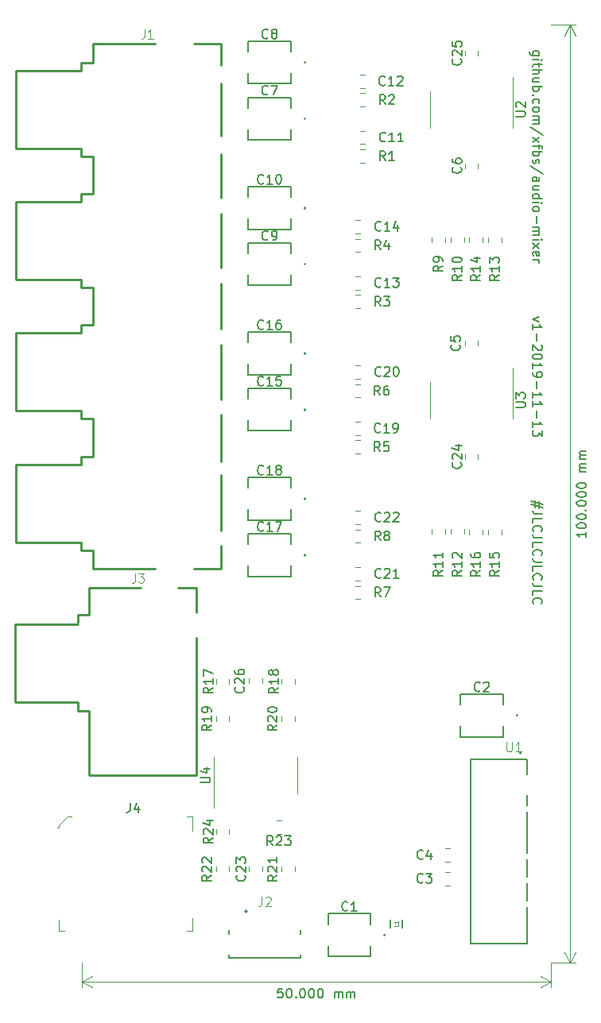
<source format=gbr>
G04 #@! TF.GenerationSoftware,KiCad,Pcbnew,(5.1.4-0-10_14)*
G04 #@! TF.CreationDate,2019-11-13T23:07:46+01:00*
G04 #@! TF.ProjectId,audio-mixer,61756469-6f2d-46d6-9978-65722e6b6963,rev?*
G04 #@! TF.SameCoordinates,Original*
G04 #@! TF.FileFunction,Legend,Top*
G04 #@! TF.FilePolarity,Positive*
%FSLAX46Y46*%
G04 Gerber Fmt 4.6, Leading zero omitted, Abs format (unit mm)*
G04 Created by KiCad (PCBNEW (5.1.4-0-10_14)) date 2019-11-13 23:07:46*
%MOMM*%
%LPD*%
G04 APERTURE LIST*
%ADD10C,0.150000*%
%ADD11C,0.120000*%
%ADD12C,0.250000*%
%ADD13C,0.152400*%
%ADD14C,0.100000*%
%ADD15C,0.127000*%
%ADD16C,0.200000*%
%ADD17C,0.050000*%
G04 APERTURE END LIST*
D10*
X131714285Y-67797619D02*
X131714285Y-68511904D01*
X132142857Y-68083333D02*
X130857142Y-67797619D01*
X131285714Y-68416666D02*
X131285714Y-67702380D01*
X130857142Y-68130952D02*
X132142857Y-68416666D01*
X132047619Y-69130952D02*
X131333333Y-69130952D01*
X131190476Y-69083333D01*
X131095238Y-68988095D01*
X131047619Y-68845238D01*
X131047619Y-68750000D01*
X131047619Y-70083333D02*
X131047619Y-69607142D01*
X132047619Y-69607142D01*
X131142857Y-70988095D02*
X131095238Y-70940476D01*
X131047619Y-70797619D01*
X131047619Y-70702380D01*
X131095238Y-70559523D01*
X131190476Y-70464285D01*
X131285714Y-70416666D01*
X131476190Y-70369047D01*
X131619047Y-70369047D01*
X131809523Y-70416666D01*
X131904761Y-70464285D01*
X132000000Y-70559523D01*
X132047619Y-70702380D01*
X132047619Y-70797619D01*
X132000000Y-70940476D01*
X131952380Y-70988095D01*
X132047619Y-71702380D02*
X131333333Y-71702380D01*
X131190476Y-71654761D01*
X131095238Y-71559523D01*
X131047619Y-71416666D01*
X131047619Y-71321428D01*
X131047619Y-72654761D02*
X131047619Y-72178571D01*
X132047619Y-72178571D01*
X131142857Y-73559523D02*
X131095238Y-73511904D01*
X131047619Y-73369047D01*
X131047619Y-73273809D01*
X131095238Y-73130952D01*
X131190476Y-73035714D01*
X131285714Y-72988095D01*
X131476190Y-72940476D01*
X131619047Y-72940476D01*
X131809523Y-72988095D01*
X131904761Y-73035714D01*
X132000000Y-73130952D01*
X132047619Y-73273809D01*
X132047619Y-73369047D01*
X132000000Y-73511904D01*
X131952380Y-73559523D01*
X132047619Y-74273809D02*
X131333333Y-74273809D01*
X131190476Y-74226190D01*
X131095238Y-74130952D01*
X131047619Y-73988095D01*
X131047619Y-73892857D01*
X131047619Y-75226190D02*
X131047619Y-74750000D01*
X132047619Y-74750000D01*
X131142857Y-76130952D02*
X131095238Y-76083333D01*
X131047619Y-75940476D01*
X131047619Y-75845238D01*
X131095238Y-75702380D01*
X131190476Y-75607142D01*
X131285714Y-75559523D01*
X131476190Y-75511904D01*
X131619047Y-75511904D01*
X131809523Y-75559523D01*
X131904761Y-75607142D01*
X132000000Y-75702380D01*
X132047619Y-75845238D01*
X132047619Y-75940476D01*
X132000000Y-76083333D01*
X131952380Y-76130952D01*
X132047619Y-76845238D02*
X131333333Y-76845238D01*
X131190476Y-76797619D01*
X131095238Y-76702380D01*
X131047619Y-76559523D01*
X131047619Y-76464285D01*
X131047619Y-77797619D02*
X131047619Y-77321428D01*
X132047619Y-77321428D01*
X131142857Y-78702380D02*
X131095238Y-78654761D01*
X131047619Y-78511904D01*
X131047619Y-78416666D01*
X131095238Y-78273809D01*
X131190476Y-78178571D01*
X131285714Y-78130952D01*
X131476190Y-78083333D01*
X131619047Y-78083333D01*
X131809523Y-78130952D01*
X131904761Y-78178571D01*
X132000000Y-78273809D01*
X132047619Y-78416666D01*
X132047619Y-78511904D01*
X132000000Y-78654761D01*
X131952380Y-78702380D01*
X131714285Y-20238095D02*
X130904761Y-20238095D01*
X130809523Y-20190476D01*
X130761904Y-20142857D01*
X130714285Y-20047619D01*
X130714285Y-19904761D01*
X130761904Y-19809523D01*
X131095238Y-20238095D02*
X131047619Y-20142857D01*
X131047619Y-19952380D01*
X131095238Y-19857142D01*
X131142857Y-19809523D01*
X131238095Y-19761904D01*
X131523809Y-19761904D01*
X131619047Y-19809523D01*
X131666666Y-19857142D01*
X131714285Y-19952380D01*
X131714285Y-20142857D01*
X131666666Y-20238095D01*
X131047619Y-20714285D02*
X131714285Y-20714285D01*
X132047619Y-20714285D02*
X132000000Y-20666666D01*
X131952380Y-20714285D01*
X132000000Y-20761904D01*
X132047619Y-20714285D01*
X131952380Y-20714285D01*
X131714285Y-21047619D02*
X131714285Y-21428571D01*
X132047619Y-21190476D02*
X131190476Y-21190476D01*
X131095238Y-21238095D01*
X131047619Y-21333333D01*
X131047619Y-21428571D01*
X131047619Y-21761904D02*
X132047619Y-21761904D01*
X131047619Y-22190476D02*
X131571428Y-22190476D01*
X131666666Y-22142857D01*
X131714285Y-22047619D01*
X131714285Y-21904761D01*
X131666666Y-21809523D01*
X131619047Y-21761904D01*
X131714285Y-23095238D02*
X131047619Y-23095238D01*
X131714285Y-22666666D02*
X131190476Y-22666666D01*
X131095238Y-22714285D01*
X131047619Y-22809523D01*
X131047619Y-22952380D01*
X131095238Y-23047619D01*
X131142857Y-23095238D01*
X131047619Y-23571428D02*
X132047619Y-23571428D01*
X131666666Y-23571428D02*
X131714285Y-23666666D01*
X131714285Y-23857142D01*
X131666666Y-23952380D01*
X131619047Y-24000000D01*
X131523809Y-24047619D01*
X131238095Y-24047619D01*
X131142857Y-24000000D01*
X131095238Y-23952380D01*
X131047619Y-23857142D01*
X131047619Y-23666666D01*
X131095238Y-23571428D01*
X131142857Y-24476190D02*
X131095238Y-24523809D01*
X131047619Y-24476190D01*
X131095238Y-24428571D01*
X131142857Y-24476190D01*
X131047619Y-24476190D01*
X131095238Y-25380952D02*
X131047619Y-25285714D01*
X131047619Y-25095238D01*
X131095238Y-25000000D01*
X131142857Y-24952380D01*
X131238095Y-24904761D01*
X131523809Y-24904761D01*
X131619047Y-24952380D01*
X131666666Y-25000000D01*
X131714285Y-25095238D01*
X131714285Y-25285714D01*
X131666666Y-25380952D01*
X131047619Y-25952380D02*
X131095238Y-25857142D01*
X131142857Y-25809523D01*
X131238095Y-25761904D01*
X131523809Y-25761904D01*
X131619047Y-25809523D01*
X131666666Y-25857142D01*
X131714285Y-25952380D01*
X131714285Y-26095238D01*
X131666666Y-26190476D01*
X131619047Y-26238095D01*
X131523809Y-26285714D01*
X131238095Y-26285714D01*
X131142857Y-26238095D01*
X131095238Y-26190476D01*
X131047619Y-26095238D01*
X131047619Y-25952380D01*
X131047619Y-26714285D02*
X131714285Y-26714285D01*
X131619047Y-26714285D02*
X131666666Y-26761904D01*
X131714285Y-26857142D01*
X131714285Y-27000000D01*
X131666666Y-27095238D01*
X131571428Y-27142857D01*
X131047619Y-27142857D01*
X131571428Y-27142857D02*
X131666666Y-27190476D01*
X131714285Y-27285714D01*
X131714285Y-27428571D01*
X131666666Y-27523809D01*
X131571428Y-27571428D01*
X131047619Y-27571428D01*
X132095238Y-28761904D02*
X130809523Y-27904761D01*
X131047619Y-29000000D02*
X131714285Y-29523809D01*
X131714285Y-29000000D02*
X131047619Y-29523809D01*
X131714285Y-29761904D02*
X131714285Y-30142857D01*
X131047619Y-29904761D02*
X131904761Y-29904761D01*
X132000000Y-29952380D01*
X132047619Y-30047619D01*
X132047619Y-30142857D01*
X131047619Y-30476190D02*
X132047619Y-30476190D01*
X131666666Y-30476190D02*
X131714285Y-30571428D01*
X131714285Y-30761904D01*
X131666666Y-30857142D01*
X131619047Y-30904761D01*
X131523809Y-30952380D01*
X131238095Y-30952380D01*
X131142857Y-30904761D01*
X131095238Y-30857142D01*
X131047619Y-30761904D01*
X131047619Y-30571428D01*
X131095238Y-30476190D01*
X131095238Y-31333333D02*
X131047619Y-31428571D01*
X131047619Y-31619047D01*
X131095238Y-31714285D01*
X131190476Y-31761904D01*
X131238095Y-31761904D01*
X131333333Y-31714285D01*
X131380952Y-31619047D01*
X131380952Y-31476190D01*
X131428571Y-31380952D01*
X131523809Y-31333333D01*
X131571428Y-31333333D01*
X131666666Y-31380952D01*
X131714285Y-31476190D01*
X131714285Y-31619047D01*
X131666666Y-31714285D01*
X132095238Y-32904761D02*
X130809523Y-32047619D01*
X131047619Y-33666666D02*
X131571428Y-33666666D01*
X131666666Y-33619047D01*
X131714285Y-33523809D01*
X131714285Y-33333333D01*
X131666666Y-33238095D01*
X131095238Y-33666666D02*
X131047619Y-33571428D01*
X131047619Y-33333333D01*
X131095238Y-33238095D01*
X131190476Y-33190476D01*
X131285714Y-33190476D01*
X131380952Y-33238095D01*
X131428571Y-33333333D01*
X131428571Y-33571428D01*
X131476190Y-33666666D01*
X131714285Y-34571428D02*
X131047619Y-34571428D01*
X131714285Y-34142857D02*
X131190476Y-34142857D01*
X131095238Y-34190476D01*
X131047619Y-34285714D01*
X131047619Y-34428571D01*
X131095238Y-34523809D01*
X131142857Y-34571428D01*
X131047619Y-35476190D02*
X132047619Y-35476190D01*
X131095238Y-35476190D02*
X131047619Y-35380952D01*
X131047619Y-35190476D01*
X131095238Y-35095238D01*
X131142857Y-35047619D01*
X131238095Y-35000000D01*
X131523809Y-35000000D01*
X131619047Y-35047619D01*
X131666666Y-35095238D01*
X131714285Y-35190476D01*
X131714285Y-35380952D01*
X131666666Y-35476190D01*
X131047619Y-35952380D02*
X131714285Y-35952380D01*
X132047619Y-35952380D02*
X132000000Y-35904761D01*
X131952380Y-35952380D01*
X132000000Y-36000000D01*
X132047619Y-35952380D01*
X131952380Y-35952380D01*
X131047619Y-36571428D02*
X131095238Y-36476190D01*
X131142857Y-36428571D01*
X131238095Y-36380952D01*
X131523809Y-36380952D01*
X131619047Y-36428571D01*
X131666666Y-36476190D01*
X131714285Y-36571428D01*
X131714285Y-36714285D01*
X131666666Y-36809523D01*
X131619047Y-36857142D01*
X131523809Y-36904761D01*
X131238095Y-36904761D01*
X131142857Y-36857142D01*
X131095238Y-36809523D01*
X131047619Y-36714285D01*
X131047619Y-36571428D01*
X131428571Y-37333333D02*
X131428571Y-38095238D01*
X131047619Y-38571428D02*
X131714285Y-38571428D01*
X131619047Y-38571428D02*
X131666666Y-38619047D01*
X131714285Y-38714285D01*
X131714285Y-38857142D01*
X131666666Y-38952380D01*
X131571428Y-39000000D01*
X131047619Y-39000000D01*
X131571428Y-39000000D02*
X131666666Y-39047619D01*
X131714285Y-39142857D01*
X131714285Y-39285714D01*
X131666666Y-39380952D01*
X131571428Y-39428571D01*
X131047619Y-39428571D01*
X131047619Y-39904761D02*
X131714285Y-39904761D01*
X132047619Y-39904761D02*
X132000000Y-39857142D01*
X131952380Y-39904761D01*
X132000000Y-39952380D01*
X132047619Y-39904761D01*
X131952380Y-39904761D01*
X131047619Y-40285714D02*
X131714285Y-40809523D01*
X131714285Y-40285714D02*
X131047619Y-40809523D01*
X131095238Y-41571428D02*
X131047619Y-41476190D01*
X131047619Y-41285714D01*
X131095238Y-41190476D01*
X131190476Y-41142857D01*
X131571428Y-41142857D01*
X131666666Y-41190476D01*
X131714285Y-41285714D01*
X131714285Y-41476190D01*
X131666666Y-41571428D01*
X131571428Y-41619047D01*
X131476190Y-41619047D01*
X131380952Y-41142857D01*
X131047619Y-42047619D02*
X131714285Y-42047619D01*
X131523809Y-42047619D02*
X131619047Y-42095238D01*
X131666666Y-42142857D01*
X131714285Y-42238095D01*
X131714285Y-42333333D01*
X131714285Y-48119047D02*
X131047619Y-48357142D01*
X131714285Y-48595238D01*
X131047619Y-49500000D02*
X131047619Y-48928571D01*
X131047619Y-49214285D02*
X132047619Y-49214285D01*
X131904761Y-49119047D01*
X131809523Y-49023809D01*
X131761904Y-48928571D01*
X131428571Y-49928571D02*
X131428571Y-50690476D01*
X131952380Y-51119047D02*
X132000000Y-51166666D01*
X132047619Y-51261904D01*
X132047619Y-51500000D01*
X132000000Y-51595238D01*
X131952380Y-51642857D01*
X131857142Y-51690476D01*
X131761904Y-51690476D01*
X131619047Y-51642857D01*
X131047619Y-51071428D01*
X131047619Y-51690476D01*
X132047619Y-52309523D02*
X132047619Y-52404761D01*
X132000000Y-52500000D01*
X131952380Y-52547619D01*
X131857142Y-52595238D01*
X131666666Y-52642857D01*
X131428571Y-52642857D01*
X131238095Y-52595238D01*
X131142857Y-52547619D01*
X131095238Y-52500000D01*
X131047619Y-52404761D01*
X131047619Y-52309523D01*
X131095238Y-52214285D01*
X131142857Y-52166666D01*
X131238095Y-52119047D01*
X131428571Y-52071428D01*
X131666666Y-52071428D01*
X131857142Y-52119047D01*
X131952380Y-52166666D01*
X132000000Y-52214285D01*
X132047619Y-52309523D01*
X131047619Y-53595238D02*
X131047619Y-53023809D01*
X131047619Y-53309523D02*
X132047619Y-53309523D01*
X131904761Y-53214285D01*
X131809523Y-53119047D01*
X131761904Y-53023809D01*
X131047619Y-54071428D02*
X131047619Y-54261904D01*
X131095238Y-54357142D01*
X131142857Y-54404761D01*
X131285714Y-54500000D01*
X131476190Y-54547619D01*
X131857142Y-54547619D01*
X131952380Y-54500000D01*
X132000000Y-54452380D01*
X132047619Y-54357142D01*
X132047619Y-54166666D01*
X132000000Y-54071428D01*
X131952380Y-54023809D01*
X131857142Y-53976190D01*
X131619047Y-53976190D01*
X131523809Y-54023809D01*
X131476190Y-54071428D01*
X131428571Y-54166666D01*
X131428571Y-54357142D01*
X131476190Y-54452380D01*
X131523809Y-54500000D01*
X131619047Y-54547619D01*
X131428571Y-54976190D02*
X131428571Y-55738095D01*
X131047619Y-56738095D02*
X131047619Y-56166666D01*
X131047619Y-56452380D02*
X132047619Y-56452380D01*
X131904761Y-56357142D01*
X131809523Y-56261904D01*
X131761904Y-56166666D01*
X131047619Y-57690476D02*
X131047619Y-57119047D01*
X131047619Y-57404761D02*
X132047619Y-57404761D01*
X131904761Y-57309523D01*
X131809523Y-57214285D01*
X131761904Y-57119047D01*
X131428571Y-58119047D02*
X131428571Y-58880952D01*
X131047619Y-59880952D02*
X131047619Y-59309523D01*
X131047619Y-59595238D02*
X132047619Y-59595238D01*
X131904761Y-59500000D01*
X131809523Y-59404761D01*
X131761904Y-59309523D01*
X132047619Y-60214285D02*
X132047619Y-60833333D01*
X131666666Y-60500000D01*
X131666666Y-60642857D01*
X131619047Y-60738095D01*
X131571428Y-60785714D01*
X131476190Y-60833333D01*
X131238095Y-60833333D01*
X131142857Y-60785714D01*
X131095238Y-60738095D01*
X131047619Y-60642857D01*
X131047619Y-60357142D01*
X131095238Y-60261904D01*
X131142857Y-60214285D01*
X136722380Y-71047619D02*
X136722380Y-71619047D01*
X136722380Y-71333333D02*
X135722380Y-71333333D01*
X135865238Y-71428571D01*
X135960476Y-71523809D01*
X136008095Y-71619047D01*
X135722380Y-70428571D02*
X135722380Y-70333333D01*
X135770000Y-70238095D01*
X135817619Y-70190476D01*
X135912857Y-70142857D01*
X136103333Y-70095238D01*
X136341428Y-70095238D01*
X136531904Y-70142857D01*
X136627142Y-70190476D01*
X136674761Y-70238095D01*
X136722380Y-70333333D01*
X136722380Y-70428571D01*
X136674761Y-70523809D01*
X136627142Y-70571428D01*
X136531904Y-70619047D01*
X136341428Y-70666666D01*
X136103333Y-70666666D01*
X135912857Y-70619047D01*
X135817619Y-70571428D01*
X135770000Y-70523809D01*
X135722380Y-70428571D01*
X135722380Y-69476190D02*
X135722380Y-69380952D01*
X135770000Y-69285714D01*
X135817619Y-69238095D01*
X135912857Y-69190476D01*
X136103333Y-69142857D01*
X136341428Y-69142857D01*
X136531904Y-69190476D01*
X136627142Y-69238095D01*
X136674761Y-69285714D01*
X136722380Y-69380952D01*
X136722380Y-69476190D01*
X136674761Y-69571428D01*
X136627142Y-69619047D01*
X136531904Y-69666666D01*
X136341428Y-69714285D01*
X136103333Y-69714285D01*
X135912857Y-69666666D01*
X135817619Y-69619047D01*
X135770000Y-69571428D01*
X135722380Y-69476190D01*
X136627142Y-68714285D02*
X136674761Y-68666666D01*
X136722380Y-68714285D01*
X136674761Y-68761904D01*
X136627142Y-68714285D01*
X136722380Y-68714285D01*
X135722380Y-68047619D02*
X135722380Y-67952380D01*
X135770000Y-67857142D01*
X135817619Y-67809523D01*
X135912857Y-67761904D01*
X136103333Y-67714285D01*
X136341428Y-67714285D01*
X136531904Y-67761904D01*
X136627142Y-67809523D01*
X136674761Y-67857142D01*
X136722380Y-67952380D01*
X136722380Y-68047619D01*
X136674761Y-68142857D01*
X136627142Y-68190476D01*
X136531904Y-68238095D01*
X136341428Y-68285714D01*
X136103333Y-68285714D01*
X135912857Y-68238095D01*
X135817619Y-68190476D01*
X135770000Y-68142857D01*
X135722380Y-68047619D01*
X135722380Y-67095238D02*
X135722380Y-67000000D01*
X135770000Y-66904761D01*
X135817619Y-66857142D01*
X135912857Y-66809523D01*
X136103333Y-66761904D01*
X136341428Y-66761904D01*
X136531904Y-66809523D01*
X136627142Y-66857142D01*
X136674761Y-66904761D01*
X136722380Y-67000000D01*
X136722380Y-67095238D01*
X136674761Y-67190476D01*
X136627142Y-67238095D01*
X136531904Y-67285714D01*
X136341428Y-67333333D01*
X136103333Y-67333333D01*
X135912857Y-67285714D01*
X135817619Y-67238095D01*
X135770000Y-67190476D01*
X135722380Y-67095238D01*
X135722380Y-66142857D02*
X135722380Y-66047619D01*
X135770000Y-65952380D01*
X135817619Y-65904761D01*
X135912857Y-65857142D01*
X136103333Y-65809523D01*
X136341428Y-65809523D01*
X136531904Y-65857142D01*
X136627142Y-65904761D01*
X136674761Y-65952380D01*
X136722380Y-66047619D01*
X136722380Y-66142857D01*
X136674761Y-66238095D01*
X136627142Y-66285714D01*
X136531904Y-66333333D01*
X136341428Y-66380952D01*
X136103333Y-66380952D01*
X135912857Y-66333333D01*
X135817619Y-66285714D01*
X135770000Y-66238095D01*
X135722380Y-66142857D01*
X136722380Y-64619047D02*
X136055714Y-64619047D01*
X136150952Y-64619047D02*
X136103333Y-64571428D01*
X136055714Y-64476190D01*
X136055714Y-64333333D01*
X136103333Y-64238095D01*
X136198571Y-64190476D01*
X136722380Y-64190476D01*
X136198571Y-64190476D02*
X136103333Y-64142857D01*
X136055714Y-64047619D01*
X136055714Y-63904761D01*
X136103333Y-63809523D01*
X136198571Y-63761904D01*
X136722380Y-63761904D01*
X136722380Y-63285714D02*
X136055714Y-63285714D01*
X136150952Y-63285714D02*
X136103333Y-63238095D01*
X136055714Y-63142857D01*
X136055714Y-63000000D01*
X136103333Y-62904761D01*
X136198571Y-62857142D01*
X136722380Y-62857142D01*
X136198571Y-62857142D02*
X136103333Y-62809523D01*
X136055714Y-62714285D01*
X136055714Y-62571428D01*
X136103333Y-62476190D01*
X136198571Y-62428571D01*
X136722380Y-62428571D01*
D11*
X135000000Y-117000000D02*
X135000000Y-17000000D01*
X133000000Y-117000000D02*
X135586421Y-117000000D01*
X133000000Y-17000000D02*
X135586421Y-17000000D01*
X135000000Y-17000000D02*
X135586421Y-18126504D01*
X135000000Y-17000000D02*
X134413579Y-18126504D01*
X135000000Y-117000000D02*
X135586421Y-115873496D01*
X135000000Y-117000000D02*
X134413579Y-115873496D01*
D10*
X104380952Y-119722380D02*
X103904761Y-119722380D01*
X103857142Y-120198571D01*
X103904761Y-120150952D01*
X104000000Y-120103333D01*
X104238095Y-120103333D01*
X104333333Y-120150952D01*
X104380952Y-120198571D01*
X104428571Y-120293809D01*
X104428571Y-120531904D01*
X104380952Y-120627142D01*
X104333333Y-120674761D01*
X104238095Y-120722380D01*
X104000000Y-120722380D01*
X103904761Y-120674761D01*
X103857142Y-120627142D01*
X105047619Y-119722380D02*
X105142857Y-119722380D01*
X105238095Y-119770000D01*
X105285714Y-119817619D01*
X105333333Y-119912857D01*
X105380952Y-120103333D01*
X105380952Y-120341428D01*
X105333333Y-120531904D01*
X105285714Y-120627142D01*
X105238095Y-120674761D01*
X105142857Y-120722380D01*
X105047619Y-120722380D01*
X104952380Y-120674761D01*
X104904761Y-120627142D01*
X104857142Y-120531904D01*
X104809523Y-120341428D01*
X104809523Y-120103333D01*
X104857142Y-119912857D01*
X104904761Y-119817619D01*
X104952380Y-119770000D01*
X105047619Y-119722380D01*
X105809523Y-120627142D02*
X105857142Y-120674761D01*
X105809523Y-120722380D01*
X105761904Y-120674761D01*
X105809523Y-120627142D01*
X105809523Y-120722380D01*
X106476190Y-119722380D02*
X106571428Y-119722380D01*
X106666666Y-119770000D01*
X106714285Y-119817619D01*
X106761904Y-119912857D01*
X106809523Y-120103333D01*
X106809523Y-120341428D01*
X106761904Y-120531904D01*
X106714285Y-120627142D01*
X106666666Y-120674761D01*
X106571428Y-120722380D01*
X106476190Y-120722380D01*
X106380952Y-120674761D01*
X106333333Y-120627142D01*
X106285714Y-120531904D01*
X106238095Y-120341428D01*
X106238095Y-120103333D01*
X106285714Y-119912857D01*
X106333333Y-119817619D01*
X106380952Y-119770000D01*
X106476190Y-119722380D01*
X107428571Y-119722380D02*
X107523809Y-119722380D01*
X107619047Y-119770000D01*
X107666666Y-119817619D01*
X107714285Y-119912857D01*
X107761904Y-120103333D01*
X107761904Y-120341428D01*
X107714285Y-120531904D01*
X107666666Y-120627142D01*
X107619047Y-120674761D01*
X107523809Y-120722380D01*
X107428571Y-120722380D01*
X107333333Y-120674761D01*
X107285714Y-120627142D01*
X107238095Y-120531904D01*
X107190476Y-120341428D01*
X107190476Y-120103333D01*
X107238095Y-119912857D01*
X107285714Y-119817619D01*
X107333333Y-119770000D01*
X107428571Y-119722380D01*
X108380952Y-119722380D02*
X108476190Y-119722380D01*
X108571428Y-119770000D01*
X108619047Y-119817619D01*
X108666666Y-119912857D01*
X108714285Y-120103333D01*
X108714285Y-120341428D01*
X108666666Y-120531904D01*
X108619047Y-120627142D01*
X108571428Y-120674761D01*
X108476190Y-120722380D01*
X108380952Y-120722380D01*
X108285714Y-120674761D01*
X108238095Y-120627142D01*
X108190476Y-120531904D01*
X108142857Y-120341428D01*
X108142857Y-120103333D01*
X108190476Y-119912857D01*
X108238095Y-119817619D01*
X108285714Y-119770000D01*
X108380952Y-119722380D01*
X109904761Y-120722380D02*
X109904761Y-120055714D01*
X109904761Y-120150952D02*
X109952380Y-120103333D01*
X110047619Y-120055714D01*
X110190476Y-120055714D01*
X110285714Y-120103333D01*
X110333333Y-120198571D01*
X110333333Y-120722380D01*
X110333333Y-120198571D02*
X110380952Y-120103333D01*
X110476190Y-120055714D01*
X110619047Y-120055714D01*
X110714285Y-120103333D01*
X110761904Y-120198571D01*
X110761904Y-120722380D01*
X111238095Y-120722380D02*
X111238095Y-120055714D01*
X111238095Y-120150952D02*
X111285714Y-120103333D01*
X111380952Y-120055714D01*
X111523809Y-120055714D01*
X111619047Y-120103333D01*
X111666666Y-120198571D01*
X111666666Y-120722380D01*
X111666666Y-120198571D02*
X111714285Y-120103333D01*
X111809523Y-120055714D01*
X111952380Y-120055714D01*
X112047619Y-120103333D01*
X112095238Y-120198571D01*
X112095238Y-120722380D01*
D11*
X83000000Y-119000000D02*
X133000000Y-119000000D01*
X83000000Y-117000000D02*
X83000000Y-119586421D01*
X133000000Y-117000000D02*
X133000000Y-119586421D01*
X133000000Y-119000000D02*
X131873496Y-119586421D01*
X133000000Y-119000000D02*
X131873496Y-118413579D01*
X83000000Y-119000000D02*
X84126504Y-119586421D01*
X83000000Y-119000000D02*
X84126504Y-118413579D01*
D12*
X82600000Y-90100000D02*
X82600000Y-89300000D01*
X83748000Y-90100000D02*
X82600000Y-90100000D01*
X82600000Y-79899000D02*
X82600000Y-80699000D01*
X75950000Y-89149000D02*
X82600000Y-89149000D01*
X75950000Y-80850000D02*
X75950000Y-89149000D01*
X82600000Y-80850000D02*
X75950000Y-80850000D01*
X83750000Y-77001000D02*
X83750000Y-79899000D01*
X83750000Y-97000000D02*
X83750000Y-90100000D01*
X95248000Y-97000000D02*
X83750000Y-97000000D01*
X89250000Y-77001000D02*
X83750000Y-77001000D01*
X83748000Y-79899000D02*
X82600000Y-79899000D01*
X95248000Y-82301000D02*
X95248000Y-97000000D01*
X95248000Y-77001000D02*
X95248000Y-79599000D01*
X93250000Y-77001000D02*
X95250000Y-77001000D01*
D11*
X97290000Y-102738748D02*
X97290000Y-103261252D01*
X98710000Y-102738748D02*
X98710000Y-103261252D01*
X104261252Y-101790000D02*
X103738748Y-101790000D01*
X104261252Y-103210000D02*
X103738748Y-103210000D01*
X98710000Y-107261252D02*
X98710000Y-106738748D01*
X97290000Y-107261252D02*
X97290000Y-106738748D01*
X105710000Y-107261252D02*
X105710000Y-106738748D01*
X104290000Y-107261252D02*
X104290000Y-106738748D01*
X105710000Y-91236252D02*
X105710000Y-90713748D01*
X104290000Y-91236252D02*
X104290000Y-90713748D01*
X98710000Y-91236252D02*
X98710000Y-90713748D01*
X97290000Y-91236252D02*
X97290000Y-90713748D01*
X104290000Y-86738748D02*
X104290000Y-87261252D01*
X105710000Y-86738748D02*
X105710000Y-87261252D01*
X97290000Y-86738748D02*
X97290000Y-87261252D01*
X98710000Y-86738748D02*
X98710000Y-87261252D01*
D13*
X106848100Y-67500000D02*
G75*
G03X106848100Y-67500000I-76200J0D01*
G01*
X100726700Y-68645540D02*
X100726700Y-69773300D01*
X105273300Y-66354460D02*
X105273300Y-65226700D01*
X105273300Y-69773300D02*
X105273300Y-68645540D01*
X100726700Y-69773300D02*
X105273300Y-69773300D01*
X100726700Y-65226700D02*
X100726700Y-66354460D01*
X105273300Y-65226700D02*
X100726700Y-65226700D01*
X106848100Y-73500000D02*
G75*
G03X106848100Y-73500000I-76200J0D01*
G01*
X100726700Y-74645540D02*
X100726700Y-75773300D01*
X105273300Y-72354460D02*
X105273300Y-71226700D01*
X105273300Y-75773300D02*
X105273300Y-74645540D01*
X100726700Y-75773300D02*
X105273300Y-75773300D01*
X100726700Y-71226700D02*
X100726700Y-72354460D01*
X105273300Y-71226700D02*
X100726700Y-71226700D01*
X106848100Y-52000000D02*
G75*
G03X106848100Y-52000000I-76200J0D01*
G01*
X100726700Y-53145540D02*
X100726700Y-54273300D01*
X105273300Y-50854460D02*
X105273300Y-49726700D01*
X105273300Y-54273300D02*
X105273300Y-53145540D01*
X100726700Y-54273300D02*
X105273300Y-54273300D01*
X100726700Y-49726700D02*
X100726700Y-50854460D01*
X105273300Y-49726700D02*
X100726700Y-49726700D01*
X106848100Y-58000000D02*
G75*
G03X106848100Y-58000000I-76200J0D01*
G01*
X100726700Y-59145540D02*
X100726700Y-60273300D01*
X105273300Y-56854460D02*
X105273300Y-55726700D01*
X105273300Y-60273300D02*
X105273300Y-59145540D01*
X100726700Y-60273300D02*
X105273300Y-60273300D01*
X100726700Y-55726700D02*
X100726700Y-56854460D01*
X105273300Y-55726700D02*
X100726700Y-55726700D01*
X106848100Y-36500000D02*
G75*
G03X106848100Y-36500000I-76200J0D01*
G01*
X100726700Y-37645540D02*
X100726700Y-38773300D01*
X105273300Y-35354460D02*
X105273300Y-34226700D01*
X105273300Y-38773300D02*
X105273300Y-37645540D01*
X100726700Y-38773300D02*
X105273300Y-38773300D01*
X100726700Y-34226700D02*
X100726700Y-35354460D01*
X105273300Y-34226700D02*
X100726700Y-34226700D01*
X106848100Y-42500000D02*
G75*
G03X106848100Y-42500000I-76200J0D01*
G01*
X100726700Y-43645540D02*
X100726700Y-44773300D01*
X105273300Y-41354460D02*
X105273300Y-40226700D01*
X105273300Y-44773300D02*
X105273300Y-43645540D01*
X100726700Y-44773300D02*
X105273300Y-44773300D01*
X100726700Y-40226700D02*
X100726700Y-41354460D01*
X105273300Y-40226700D02*
X100726700Y-40226700D01*
X106848100Y-21000000D02*
G75*
G03X106848100Y-21000000I-76200J0D01*
G01*
X100726700Y-22145540D02*
X100726700Y-23273300D01*
X105273300Y-19854460D02*
X105273300Y-18726700D01*
X105273300Y-23273300D02*
X105273300Y-22145540D01*
X100726700Y-23273300D02*
X105273300Y-23273300D01*
X100726700Y-18726700D02*
X100726700Y-19854460D01*
X105273300Y-18726700D02*
X100726700Y-18726700D01*
X106848100Y-27000000D02*
G75*
G03X106848100Y-27000000I-76200J0D01*
G01*
X100726700Y-28145540D02*
X100726700Y-29273300D01*
X105273300Y-25854460D02*
X105273300Y-24726700D01*
X105273300Y-29273300D02*
X105273300Y-28145540D01*
X100726700Y-29273300D02*
X105273300Y-29273300D01*
X100726700Y-24726700D02*
X100726700Y-25854460D01*
X105273300Y-24726700D02*
X100726700Y-24726700D01*
X129444700Y-90600000D02*
G75*
G03X129444700Y-90600000I-76200J0D01*
G01*
X123323300Y-91745540D02*
X123323300Y-92873300D01*
X127869900Y-89454460D02*
X127869900Y-88326700D01*
X127869900Y-92873300D02*
X127869900Y-91745540D01*
X123323300Y-92873300D02*
X127869900Y-92873300D01*
X123323300Y-88326700D02*
X123323300Y-89454460D01*
X127869900Y-88326700D02*
X123323300Y-88326700D01*
X115348100Y-114000000D02*
G75*
G03X115348100Y-114000000I-76200J0D01*
G01*
X109226700Y-115145540D02*
X109226700Y-116273300D01*
X113773300Y-112854460D02*
X113773300Y-111726700D01*
X113773300Y-116273300D02*
X113773300Y-115145540D01*
X109226700Y-116273300D02*
X113773300Y-116273300D01*
X109226700Y-111726700D02*
X109226700Y-112854460D01*
X113773300Y-111726700D02*
X109226700Y-111726700D01*
D11*
X97065000Y-97000000D02*
X97065000Y-100450000D01*
X97065000Y-97000000D02*
X97065000Y-95050000D01*
X105935000Y-97000000D02*
X105935000Y-98950000D01*
X105935000Y-97000000D02*
X105935000Y-95050000D01*
X128935000Y-57000000D02*
X128935000Y-53550000D01*
X128935000Y-57000000D02*
X128935000Y-58950000D01*
X120065000Y-57000000D02*
X120065000Y-55050000D01*
X120065000Y-57000000D02*
X120065000Y-58950000D01*
X128935000Y-26000000D02*
X128935000Y-22550000D01*
X128935000Y-26000000D02*
X128935000Y-27950000D01*
X120065000Y-26000000D02*
X120065000Y-24050000D01*
X120065000Y-26000000D02*
X120065000Y-27950000D01*
D14*
X80600000Y-102600000D02*
X80400000Y-102600000D01*
X80600000Y-102300000D02*
X80600000Y-102600000D01*
X81500000Y-101400000D02*
X80600000Y-102300000D01*
X81900000Y-101400000D02*
X81500000Y-101400000D01*
X94800000Y-101400000D02*
X94800000Y-102900000D01*
X94200000Y-101400000D02*
X94800000Y-101400000D01*
X94800000Y-113600000D02*
X94800000Y-112200000D01*
X94200000Y-113600000D02*
X94800000Y-113600000D01*
X80600000Y-113600000D02*
X80600000Y-112400000D01*
X81200000Y-113600000D02*
X80600000Y-113600000D01*
D11*
X125710000Y-71321078D02*
X125710000Y-70803922D01*
X124290000Y-71321078D02*
X124290000Y-70803922D01*
X127710000Y-71321078D02*
X127710000Y-70803922D01*
X126290000Y-71321078D02*
X126290000Y-70803922D01*
X125710000Y-40196078D02*
X125710000Y-39678922D01*
X124290000Y-40196078D02*
X124290000Y-39678922D01*
X127710000Y-40196078D02*
X127710000Y-39678922D01*
X126290000Y-40196078D02*
X126290000Y-39678922D01*
X123710000Y-71258578D02*
X123710000Y-70741422D01*
X122290000Y-71258578D02*
X122290000Y-70741422D01*
X121710000Y-71258578D02*
X121710000Y-70741422D01*
X120290000Y-71258578D02*
X120290000Y-70741422D01*
X123710000Y-40196078D02*
X123710000Y-39678922D01*
X122290000Y-40196078D02*
X122290000Y-39678922D01*
X121710000Y-40196078D02*
X121710000Y-39678922D01*
X120290000Y-40196078D02*
X120290000Y-39678922D01*
X112696078Y-70790000D02*
X112178922Y-70790000D01*
X112696078Y-72210000D02*
X112178922Y-72210000D01*
X112696078Y-76790000D02*
X112178922Y-76790000D01*
X112696078Y-78210000D02*
X112178922Y-78210000D01*
X112696078Y-55290000D02*
X112178922Y-55290000D01*
X112696078Y-56710000D02*
X112178922Y-56710000D01*
X112696078Y-61290000D02*
X112178922Y-61290000D01*
X112696078Y-62710000D02*
X112178922Y-62710000D01*
X112696078Y-39790000D02*
X112178922Y-39790000D01*
X112696078Y-41210000D02*
X112178922Y-41210000D01*
X112696078Y-45790000D02*
X112178922Y-45790000D01*
X112696078Y-47210000D02*
X112178922Y-47210000D01*
X113196078Y-24290000D02*
X112678922Y-24290000D01*
X113196078Y-25710000D02*
X112678922Y-25710000D01*
X113196078Y-30290000D02*
X112678922Y-30290000D01*
X113196078Y-31710000D02*
X112678922Y-31710000D01*
X102210000Y-87196078D02*
X102210000Y-86678922D01*
X100790000Y-87196078D02*
X100790000Y-86678922D01*
X125210000Y-20258578D02*
X125210000Y-19741422D01*
X123790000Y-20258578D02*
X123790000Y-19741422D01*
X123790000Y-62803922D02*
X123790000Y-63321078D01*
X125210000Y-62803922D02*
X125210000Y-63321078D01*
X100790000Y-106741422D02*
X100790000Y-107258578D01*
X102210000Y-106741422D02*
X102210000Y-107258578D01*
X112696078Y-68790000D02*
X112178922Y-68790000D01*
X112696078Y-70210000D02*
X112178922Y-70210000D01*
X112696078Y-74790000D02*
X112178922Y-74790000D01*
X112696078Y-76210000D02*
X112178922Y-76210000D01*
X112696078Y-53290000D02*
X112178922Y-53290000D01*
X112696078Y-54710000D02*
X112178922Y-54710000D01*
X112696078Y-59290000D02*
X112178922Y-59290000D01*
X112696078Y-60710000D02*
X112178922Y-60710000D01*
X112696078Y-37790000D02*
X112178922Y-37790000D01*
X112696078Y-39210000D02*
X112178922Y-39210000D01*
X112696078Y-43790000D02*
X112178922Y-43790000D01*
X112696078Y-45210000D02*
X112178922Y-45210000D01*
X113196078Y-22290000D02*
X112678922Y-22290000D01*
X113196078Y-23710000D02*
X112678922Y-23710000D01*
X113196078Y-28290000D02*
X112678922Y-28290000D01*
X113196078Y-29710000D02*
X112678922Y-29710000D01*
X123790000Y-31803922D02*
X123790000Y-32321078D01*
X125210000Y-31803922D02*
X125210000Y-32321078D01*
X125210000Y-51196078D02*
X125210000Y-50678922D01*
X123790000Y-51196078D02*
X123790000Y-50678922D01*
X122258578Y-104790000D02*
X121741422Y-104790000D01*
X122258578Y-106210000D02*
X121741422Y-106210000D01*
X121741422Y-108710000D02*
X122258578Y-108710000D01*
X121741422Y-107290000D02*
X122258578Y-107290000D01*
D15*
X117100000Y-113225000D02*
X117100000Y-112425000D01*
X115900000Y-113225000D02*
X115900000Y-112425000D01*
D16*
X129800000Y-94600000D02*
G75*
G03X129800000Y-94600000I-100000J0D01*
G01*
D15*
X130400000Y-108500000D02*
X130400000Y-110360000D01*
X130400000Y-105960000D02*
X130400000Y-107820000D01*
X130400000Y-99070000D02*
X130400000Y-100200000D01*
X130400000Y-111040000D02*
X130400000Y-114940000D01*
X130400000Y-100880000D02*
X130400000Y-105280000D01*
X130400000Y-95290000D02*
X130400000Y-96930000D01*
X124400000Y-114940000D02*
X124400000Y-95290000D01*
X124400000Y-114940000D02*
X130400000Y-114940000D01*
X130400000Y-95290000D02*
X124400000Y-95290000D01*
X106300000Y-116100000D02*
X106300000Y-116400000D01*
X98700000Y-116100000D02*
X98700000Y-116400000D01*
X106300000Y-113900000D02*
X106300000Y-113500000D01*
X98700000Y-113500000D02*
X98700000Y-113900000D01*
X98700000Y-116450000D02*
X106300000Y-116450000D01*
D16*
X100600000Y-111500000D02*
G75*
G03X100600000Y-111500000I-100000J0D01*
G01*
D12*
X97875000Y-65002000D02*
X97875000Y-70899000D01*
X97875000Y-58504000D02*
X97875000Y-63500000D01*
X97875000Y-51099000D02*
X97875000Y-56900000D01*
X97875000Y-44602000D02*
X97875000Y-49404000D01*
X97875000Y-37100000D02*
X97875000Y-42901000D01*
X97875000Y-30801000D02*
X97875000Y-35399000D01*
X97875000Y-23197000D02*
X97875000Y-28799000D01*
X97875000Y-19002000D02*
X97875000Y-21298000D01*
X97875000Y-74998000D02*
X95000000Y-74998000D01*
X84174000Y-74998000D02*
X90799000Y-74998000D01*
X95000000Y-19002000D02*
X97875000Y-19002000D01*
X84174000Y-19002000D02*
X90799000Y-19002000D01*
X84174000Y-20997000D02*
X84174000Y-19002000D01*
X82974000Y-20997000D02*
X84174000Y-20997000D01*
X84174000Y-59003000D02*
X84174000Y-63001000D01*
X84174000Y-44998000D02*
X84174000Y-49002000D01*
X84174000Y-30999000D02*
X84174000Y-35002000D01*
X97875000Y-72498000D02*
X97875000Y-74998000D01*
X82974000Y-72997000D02*
X84174000Y-72997000D01*
X82974000Y-63001000D02*
X84174000Y-63001000D01*
X82974000Y-59003000D02*
X84174000Y-59003000D01*
X82974000Y-49002000D02*
X84174000Y-49002000D01*
X84174000Y-72997000D02*
X84174000Y-74998000D01*
X82974000Y-30999000D02*
X84174000Y-30999000D01*
X82974000Y-35002000D02*
X84174000Y-35002000D01*
X82974000Y-44998000D02*
X84174000Y-44998000D01*
X82974000Y-72152000D02*
X82974000Y-72997000D01*
X82974000Y-63851000D02*
X82974000Y-63001000D01*
X82974000Y-21848000D02*
X82974000Y-20997000D01*
X82974000Y-30149000D02*
X82974000Y-30999000D01*
X82974000Y-35853000D02*
X82974000Y-35002000D01*
X82974000Y-44148000D02*
X82974000Y-44998000D01*
X82974000Y-58147000D02*
X82974000Y-59003000D01*
X82974000Y-49852000D02*
X82974000Y-49002000D01*
X75975000Y-21848000D02*
X82974000Y-21848000D01*
X75975000Y-30149000D02*
X82974000Y-30149000D01*
X75975000Y-35853000D02*
X82974000Y-35853000D01*
X75975000Y-44148000D02*
X82974000Y-44148000D01*
X75975000Y-72152000D02*
X82974000Y-72152000D01*
X75975000Y-63851000D02*
X82974000Y-63851000D01*
X75975000Y-58147000D02*
X82974000Y-58147000D01*
X75975000Y-49852000D02*
X82974000Y-49852000D01*
X75975000Y-21848000D02*
X75975000Y-30149000D01*
X75975000Y-63851000D02*
X75975000Y-72152000D01*
X75975000Y-49852000D02*
X75975000Y-58147000D01*
X75975000Y-35853000D02*
X75975000Y-44148000D01*
D17*
X88700000Y-75452380D02*
X88700000Y-76166666D01*
X88657142Y-76309523D01*
X88571428Y-76404761D01*
X88442857Y-76452380D01*
X88357142Y-76452380D01*
X89042857Y-75452380D02*
X89600000Y-75452380D01*
X89300000Y-75833333D01*
X89428571Y-75833333D01*
X89514285Y-75880952D01*
X89557142Y-75928571D01*
X89600000Y-76023809D01*
X89600000Y-76261904D01*
X89557142Y-76357142D01*
X89514285Y-76404761D01*
X89428571Y-76452380D01*
X89171428Y-76452380D01*
X89085714Y-76404761D01*
X89042857Y-76357142D01*
D10*
X96952380Y-103642857D02*
X96476190Y-103976190D01*
X96952380Y-104214285D02*
X95952380Y-104214285D01*
X95952380Y-103833333D01*
X96000000Y-103738095D01*
X96047619Y-103690476D01*
X96142857Y-103642857D01*
X96285714Y-103642857D01*
X96380952Y-103690476D01*
X96428571Y-103738095D01*
X96476190Y-103833333D01*
X96476190Y-104214285D01*
X96047619Y-103261904D02*
X96000000Y-103214285D01*
X95952380Y-103119047D01*
X95952380Y-102880952D01*
X96000000Y-102785714D01*
X96047619Y-102738095D01*
X96142857Y-102690476D01*
X96238095Y-102690476D01*
X96380952Y-102738095D01*
X96952380Y-103309523D01*
X96952380Y-102690476D01*
X96285714Y-101833333D02*
X96952380Y-101833333D01*
X95904761Y-102071428D02*
X96619047Y-102309523D01*
X96619047Y-101690476D01*
X103357142Y-104452380D02*
X103023809Y-103976190D01*
X102785714Y-104452380D02*
X102785714Y-103452380D01*
X103166666Y-103452380D01*
X103261904Y-103500000D01*
X103309523Y-103547619D01*
X103357142Y-103642857D01*
X103357142Y-103785714D01*
X103309523Y-103880952D01*
X103261904Y-103928571D01*
X103166666Y-103976190D01*
X102785714Y-103976190D01*
X103738095Y-103547619D02*
X103785714Y-103500000D01*
X103880952Y-103452380D01*
X104119047Y-103452380D01*
X104214285Y-103500000D01*
X104261904Y-103547619D01*
X104309523Y-103642857D01*
X104309523Y-103738095D01*
X104261904Y-103880952D01*
X103690476Y-104452380D01*
X104309523Y-104452380D01*
X104642857Y-103452380D02*
X105261904Y-103452380D01*
X104928571Y-103833333D01*
X105071428Y-103833333D01*
X105166666Y-103880952D01*
X105214285Y-103928571D01*
X105261904Y-104023809D01*
X105261904Y-104261904D01*
X105214285Y-104357142D01*
X105166666Y-104404761D01*
X105071428Y-104452380D01*
X104785714Y-104452380D01*
X104690476Y-104404761D01*
X104642857Y-104357142D01*
X96802380Y-107642857D02*
X96326190Y-107976190D01*
X96802380Y-108214285D02*
X95802380Y-108214285D01*
X95802380Y-107833333D01*
X95850000Y-107738095D01*
X95897619Y-107690476D01*
X95992857Y-107642857D01*
X96135714Y-107642857D01*
X96230952Y-107690476D01*
X96278571Y-107738095D01*
X96326190Y-107833333D01*
X96326190Y-108214285D01*
X95897619Y-107261904D02*
X95850000Y-107214285D01*
X95802380Y-107119047D01*
X95802380Y-106880952D01*
X95850000Y-106785714D01*
X95897619Y-106738095D01*
X95992857Y-106690476D01*
X96088095Y-106690476D01*
X96230952Y-106738095D01*
X96802380Y-107309523D01*
X96802380Y-106690476D01*
X95897619Y-106309523D02*
X95850000Y-106261904D01*
X95802380Y-106166666D01*
X95802380Y-105928571D01*
X95850000Y-105833333D01*
X95897619Y-105785714D01*
X95992857Y-105738095D01*
X96088095Y-105738095D01*
X96230952Y-105785714D01*
X96802380Y-106357142D01*
X96802380Y-105738095D01*
X103802380Y-107642857D02*
X103326190Y-107976190D01*
X103802380Y-108214285D02*
X102802380Y-108214285D01*
X102802380Y-107833333D01*
X102850000Y-107738095D01*
X102897619Y-107690476D01*
X102992857Y-107642857D01*
X103135714Y-107642857D01*
X103230952Y-107690476D01*
X103278571Y-107738095D01*
X103326190Y-107833333D01*
X103326190Y-108214285D01*
X102897619Y-107261904D02*
X102850000Y-107214285D01*
X102802380Y-107119047D01*
X102802380Y-106880952D01*
X102850000Y-106785714D01*
X102897619Y-106738095D01*
X102992857Y-106690476D01*
X103088095Y-106690476D01*
X103230952Y-106738095D01*
X103802380Y-107309523D01*
X103802380Y-106690476D01*
X103802380Y-105738095D02*
X103802380Y-106309523D01*
X103802380Y-106023809D02*
X102802380Y-106023809D01*
X102945238Y-106119047D01*
X103040476Y-106214285D01*
X103088095Y-106309523D01*
X103802380Y-91617857D02*
X103326190Y-91951190D01*
X103802380Y-92189285D02*
X102802380Y-92189285D01*
X102802380Y-91808333D01*
X102850000Y-91713095D01*
X102897619Y-91665476D01*
X102992857Y-91617857D01*
X103135714Y-91617857D01*
X103230952Y-91665476D01*
X103278571Y-91713095D01*
X103326190Y-91808333D01*
X103326190Y-92189285D01*
X102897619Y-91236904D02*
X102850000Y-91189285D01*
X102802380Y-91094047D01*
X102802380Y-90855952D01*
X102850000Y-90760714D01*
X102897619Y-90713095D01*
X102992857Y-90665476D01*
X103088095Y-90665476D01*
X103230952Y-90713095D01*
X103802380Y-91284523D01*
X103802380Y-90665476D01*
X102802380Y-90046428D02*
X102802380Y-89951190D01*
X102850000Y-89855952D01*
X102897619Y-89808333D01*
X102992857Y-89760714D01*
X103183333Y-89713095D01*
X103421428Y-89713095D01*
X103611904Y-89760714D01*
X103707142Y-89808333D01*
X103754761Y-89855952D01*
X103802380Y-89951190D01*
X103802380Y-90046428D01*
X103754761Y-90141666D01*
X103707142Y-90189285D01*
X103611904Y-90236904D01*
X103421428Y-90284523D01*
X103183333Y-90284523D01*
X102992857Y-90236904D01*
X102897619Y-90189285D01*
X102850000Y-90141666D01*
X102802380Y-90046428D01*
X96802380Y-91617857D02*
X96326190Y-91951190D01*
X96802380Y-92189285D02*
X95802380Y-92189285D01*
X95802380Y-91808333D01*
X95850000Y-91713095D01*
X95897619Y-91665476D01*
X95992857Y-91617857D01*
X96135714Y-91617857D01*
X96230952Y-91665476D01*
X96278571Y-91713095D01*
X96326190Y-91808333D01*
X96326190Y-92189285D01*
X96802380Y-90665476D02*
X96802380Y-91236904D01*
X96802380Y-90951190D02*
X95802380Y-90951190D01*
X95945238Y-91046428D01*
X96040476Y-91141666D01*
X96088095Y-91236904D01*
X96802380Y-90189285D02*
X96802380Y-89998809D01*
X96754761Y-89903571D01*
X96707142Y-89855952D01*
X96564285Y-89760714D01*
X96373809Y-89713095D01*
X95992857Y-89713095D01*
X95897619Y-89760714D01*
X95850000Y-89808333D01*
X95802380Y-89903571D01*
X95802380Y-90094047D01*
X95850000Y-90189285D01*
X95897619Y-90236904D01*
X95992857Y-90284523D01*
X96230952Y-90284523D01*
X96326190Y-90236904D01*
X96373809Y-90189285D01*
X96421428Y-90094047D01*
X96421428Y-89903571D01*
X96373809Y-89808333D01*
X96326190Y-89760714D01*
X96230952Y-89713095D01*
X103952380Y-87642857D02*
X103476190Y-87976190D01*
X103952380Y-88214285D02*
X102952380Y-88214285D01*
X102952380Y-87833333D01*
X103000000Y-87738095D01*
X103047619Y-87690476D01*
X103142857Y-87642857D01*
X103285714Y-87642857D01*
X103380952Y-87690476D01*
X103428571Y-87738095D01*
X103476190Y-87833333D01*
X103476190Y-88214285D01*
X103952380Y-86690476D02*
X103952380Y-87261904D01*
X103952380Y-86976190D02*
X102952380Y-86976190D01*
X103095238Y-87071428D01*
X103190476Y-87166666D01*
X103238095Y-87261904D01*
X103380952Y-86119047D02*
X103333333Y-86214285D01*
X103285714Y-86261904D01*
X103190476Y-86309523D01*
X103142857Y-86309523D01*
X103047619Y-86261904D01*
X103000000Y-86214285D01*
X102952380Y-86119047D01*
X102952380Y-85928571D01*
X103000000Y-85833333D01*
X103047619Y-85785714D01*
X103142857Y-85738095D01*
X103190476Y-85738095D01*
X103285714Y-85785714D01*
X103333333Y-85833333D01*
X103380952Y-85928571D01*
X103380952Y-86119047D01*
X103428571Y-86214285D01*
X103476190Y-86261904D01*
X103571428Y-86309523D01*
X103761904Y-86309523D01*
X103857142Y-86261904D01*
X103904761Y-86214285D01*
X103952380Y-86119047D01*
X103952380Y-85928571D01*
X103904761Y-85833333D01*
X103857142Y-85785714D01*
X103761904Y-85738095D01*
X103571428Y-85738095D01*
X103476190Y-85785714D01*
X103428571Y-85833333D01*
X103380952Y-85928571D01*
X96952380Y-87642857D02*
X96476190Y-87976190D01*
X96952380Y-88214285D02*
X95952380Y-88214285D01*
X95952380Y-87833333D01*
X96000000Y-87738095D01*
X96047619Y-87690476D01*
X96142857Y-87642857D01*
X96285714Y-87642857D01*
X96380952Y-87690476D01*
X96428571Y-87738095D01*
X96476190Y-87833333D01*
X96476190Y-88214285D01*
X96952380Y-86690476D02*
X96952380Y-87261904D01*
X96952380Y-86976190D02*
X95952380Y-86976190D01*
X96095238Y-87071428D01*
X96190476Y-87166666D01*
X96238095Y-87261904D01*
X95952380Y-86357142D02*
X95952380Y-85690476D01*
X96952380Y-86119047D01*
X102357142Y-64857142D02*
X102309523Y-64904761D01*
X102166666Y-64952380D01*
X102071428Y-64952380D01*
X101928571Y-64904761D01*
X101833333Y-64809523D01*
X101785714Y-64714285D01*
X101738095Y-64523809D01*
X101738095Y-64380952D01*
X101785714Y-64190476D01*
X101833333Y-64095238D01*
X101928571Y-64000000D01*
X102071428Y-63952380D01*
X102166666Y-63952380D01*
X102309523Y-64000000D01*
X102357142Y-64047619D01*
X103309523Y-64952380D02*
X102738095Y-64952380D01*
X103023809Y-64952380D02*
X103023809Y-63952380D01*
X102928571Y-64095238D01*
X102833333Y-64190476D01*
X102738095Y-64238095D01*
X103880952Y-64380952D02*
X103785714Y-64333333D01*
X103738095Y-64285714D01*
X103690476Y-64190476D01*
X103690476Y-64142857D01*
X103738095Y-64047619D01*
X103785714Y-64000000D01*
X103880952Y-63952380D01*
X104071428Y-63952380D01*
X104166666Y-64000000D01*
X104214285Y-64047619D01*
X104261904Y-64142857D01*
X104261904Y-64190476D01*
X104214285Y-64285714D01*
X104166666Y-64333333D01*
X104071428Y-64380952D01*
X103880952Y-64380952D01*
X103785714Y-64428571D01*
X103738095Y-64476190D01*
X103690476Y-64571428D01*
X103690476Y-64761904D01*
X103738095Y-64857142D01*
X103785714Y-64904761D01*
X103880952Y-64952380D01*
X104071428Y-64952380D01*
X104166666Y-64904761D01*
X104214285Y-64857142D01*
X104261904Y-64761904D01*
X104261904Y-64571428D01*
X104214285Y-64476190D01*
X104166666Y-64428571D01*
X104071428Y-64380952D01*
X102357142Y-70857142D02*
X102309523Y-70904761D01*
X102166666Y-70952380D01*
X102071428Y-70952380D01*
X101928571Y-70904761D01*
X101833333Y-70809523D01*
X101785714Y-70714285D01*
X101738095Y-70523809D01*
X101738095Y-70380952D01*
X101785714Y-70190476D01*
X101833333Y-70095238D01*
X101928571Y-70000000D01*
X102071428Y-69952380D01*
X102166666Y-69952380D01*
X102309523Y-70000000D01*
X102357142Y-70047619D01*
X103309523Y-70952380D02*
X102738095Y-70952380D01*
X103023809Y-70952380D02*
X103023809Y-69952380D01*
X102928571Y-70095238D01*
X102833333Y-70190476D01*
X102738095Y-70238095D01*
X103642857Y-69952380D02*
X104309523Y-69952380D01*
X103880952Y-70952380D01*
X102357142Y-49357142D02*
X102309523Y-49404761D01*
X102166666Y-49452380D01*
X102071428Y-49452380D01*
X101928571Y-49404761D01*
X101833333Y-49309523D01*
X101785714Y-49214285D01*
X101738095Y-49023809D01*
X101738095Y-48880952D01*
X101785714Y-48690476D01*
X101833333Y-48595238D01*
X101928571Y-48500000D01*
X102071428Y-48452380D01*
X102166666Y-48452380D01*
X102309523Y-48500000D01*
X102357142Y-48547619D01*
X103309523Y-49452380D02*
X102738095Y-49452380D01*
X103023809Y-49452380D02*
X103023809Y-48452380D01*
X102928571Y-48595238D01*
X102833333Y-48690476D01*
X102738095Y-48738095D01*
X104166666Y-48452380D02*
X103976190Y-48452380D01*
X103880952Y-48500000D01*
X103833333Y-48547619D01*
X103738095Y-48690476D01*
X103690476Y-48880952D01*
X103690476Y-49261904D01*
X103738095Y-49357142D01*
X103785714Y-49404761D01*
X103880952Y-49452380D01*
X104071428Y-49452380D01*
X104166666Y-49404761D01*
X104214285Y-49357142D01*
X104261904Y-49261904D01*
X104261904Y-49023809D01*
X104214285Y-48928571D01*
X104166666Y-48880952D01*
X104071428Y-48833333D01*
X103880952Y-48833333D01*
X103785714Y-48880952D01*
X103738095Y-48928571D01*
X103690476Y-49023809D01*
X102357142Y-55357142D02*
X102309523Y-55404761D01*
X102166666Y-55452380D01*
X102071428Y-55452380D01*
X101928571Y-55404761D01*
X101833333Y-55309523D01*
X101785714Y-55214285D01*
X101738095Y-55023809D01*
X101738095Y-54880952D01*
X101785714Y-54690476D01*
X101833333Y-54595238D01*
X101928571Y-54500000D01*
X102071428Y-54452380D01*
X102166666Y-54452380D01*
X102309523Y-54500000D01*
X102357142Y-54547619D01*
X103309523Y-55452380D02*
X102738095Y-55452380D01*
X103023809Y-55452380D02*
X103023809Y-54452380D01*
X102928571Y-54595238D01*
X102833333Y-54690476D01*
X102738095Y-54738095D01*
X104214285Y-54452380D02*
X103738095Y-54452380D01*
X103690476Y-54928571D01*
X103738095Y-54880952D01*
X103833333Y-54833333D01*
X104071428Y-54833333D01*
X104166666Y-54880952D01*
X104214285Y-54928571D01*
X104261904Y-55023809D01*
X104261904Y-55261904D01*
X104214285Y-55357142D01*
X104166666Y-55404761D01*
X104071428Y-55452380D01*
X103833333Y-55452380D01*
X103738095Y-55404761D01*
X103690476Y-55357142D01*
X102357142Y-33857142D02*
X102309523Y-33904761D01*
X102166666Y-33952380D01*
X102071428Y-33952380D01*
X101928571Y-33904761D01*
X101833333Y-33809523D01*
X101785714Y-33714285D01*
X101738095Y-33523809D01*
X101738095Y-33380952D01*
X101785714Y-33190476D01*
X101833333Y-33095238D01*
X101928571Y-33000000D01*
X102071428Y-32952380D01*
X102166666Y-32952380D01*
X102309523Y-33000000D01*
X102357142Y-33047619D01*
X103309523Y-33952380D02*
X102738095Y-33952380D01*
X103023809Y-33952380D02*
X103023809Y-32952380D01*
X102928571Y-33095238D01*
X102833333Y-33190476D01*
X102738095Y-33238095D01*
X103928571Y-32952380D02*
X104023809Y-32952380D01*
X104119047Y-33000000D01*
X104166666Y-33047619D01*
X104214285Y-33142857D01*
X104261904Y-33333333D01*
X104261904Y-33571428D01*
X104214285Y-33761904D01*
X104166666Y-33857142D01*
X104119047Y-33904761D01*
X104023809Y-33952380D01*
X103928571Y-33952380D01*
X103833333Y-33904761D01*
X103785714Y-33857142D01*
X103738095Y-33761904D01*
X103690476Y-33571428D01*
X103690476Y-33333333D01*
X103738095Y-33142857D01*
X103785714Y-33047619D01*
X103833333Y-33000000D01*
X103928571Y-32952380D01*
X102833333Y-39857142D02*
X102785714Y-39904761D01*
X102642857Y-39952380D01*
X102547619Y-39952380D01*
X102404761Y-39904761D01*
X102309523Y-39809523D01*
X102261904Y-39714285D01*
X102214285Y-39523809D01*
X102214285Y-39380952D01*
X102261904Y-39190476D01*
X102309523Y-39095238D01*
X102404761Y-39000000D01*
X102547619Y-38952380D01*
X102642857Y-38952380D01*
X102785714Y-39000000D01*
X102833333Y-39047619D01*
X103309523Y-39952380D02*
X103500000Y-39952380D01*
X103595238Y-39904761D01*
X103642857Y-39857142D01*
X103738095Y-39714285D01*
X103785714Y-39523809D01*
X103785714Y-39142857D01*
X103738095Y-39047619D01*
X103690476Y-39000000D01*
X103595238Y-38952380D01*
X103404761Y-38952380D01*
X103309523Y-39000000D01*
X103261904Y-39047619D01*
X103214285Y-39142857D01*
X103214285Y-39380952D01*
X103261904Y-39476190D01*
X103309523Y-39523809D01*
X103404761Y-39571428D01*
X103595238Y-39571428D01*
X103690476Y-39523809D01*
X103738095Y-39476190D01*
X103785714Y-39380952D01*
X102833333Y-18357142D02*
X102785714Y-18404761D01*
X102642857Y-18452380D01*
X102547619Y-18452380D01*
X102404761Y-18404761D01*
X102309523Y-18309523D01*
X102261904Y-18214285D01*
X102214285Y-18023809D01*
X102214285Y-17880952D01*
X102261904Y-17690476D01*
X102309523Y-17595238D01*
X102404761Y-17500000D01*
X102547619Y-17452380D01*
X102642857Y-17452380D01*
X102785714Y-17500000D01*
X102833333Y-17547619D01*
X103404761Y-17880952D02*
X103309523Y-17833333D01*
X103261904Y-17785714D01*
X103214285Y-17690476D01*
X103214285Y-17642857D01*
X103261904Y-17547619D01*
X103309523Y-17500000D01*
X103404761Y-17452380D01*
X103595238Y-17452380D01*
X103690476Y-17500000D01*
X103738095Y-17547619D01*
X103785714Y-17642857D01*
X103785714Y-17690476D01*
X103738095Y-17785714D01*
X103690476Y-17833333D01*
X103595238Y-17880952D01*
X103404761Y-17880952D01*
X103309523Y-17928571D01*
X103261904Y-17976190D01*
X103214285Y-18071428D01*
X103214285Y-18261904D01*
X103261904Y-18357142D01*
X103309523Y-18404761D01*
X103404761Y-18452380D01*
X103595238Y-18452380D01*
X103690476Y-18404761D01*
X103738095Y-18357142D01*
X103785714Y-18261904D01*
X103785714Y-18071428D01*
X103738095Y-17976190D01*
X103690476Y-17928571D01*
X103595238Y-17880952D01*
X102833333Y-24357142D02*
X102785714Y-24404761D01*
X102642857Y-24452380D01*
X102547619Y-24452380D01*
X102404761Y-24404761D01*
X102309523Y-24309523D01*
X102261904Y-24214285D01*
X102214285Y-24023809D01*
X102214285Y-23880952D01*
X102261904Y-23690476D01*
X102309523Y-23595238D01*
X102404761Y-23500000D01*
X102547619Y-23452380D01*
X102642857Y-23452380D01*
X102785714Y-23500000D01*
X102833333Y-23547619D01*
X103166666Y-23452380D02*
X103833333Y-23452380D01*
X103404761Y-24452380D01*
X125429933Y-87957142D02*
X125382314Y-88004761D01*
X125239457Y-88052380D01*
X125144219Y-88052380D01*
X125001361Y-88004761D01*
X124906123Y-87909523D01*
X124858504Y-87814285D01*
X124810885Y-87623809D01*
X124810885Y-87480952D01*
X124858504Y-87290476D01*
X124906123Y-87195238D01*
X125001361Y-87100000D01*
X125144219Y-87052380D01*
X125239457Y-87052380D01*
X125382314Y-87100000D01*
X125429933Y-87147619D01*
X125810885Y-87147619D02*
X125858504Y-87100000D01*
X125953742Y-87052380D01*
X126191838Y-87052380D01*
X126287076Y-87100000D01*
X126334695Y-87147619D01*
X126382314Y-87242857D01*
X126382314Y-87338095D01*
X126334695Y-87480952D01*
X125763266Y-88052380D01*
X126382314Y-88052380D01*
X111333333Y-111357142D02*
X111285714Y-111404761D01*
X111142857Y-111452380D01*
X111047619Y-111452380D01*
X110904761Y-111404761D01*
X110809523Y-111309523D01*
X110761904Y-111214285D01*
X110714285Y-111023809D01*
X110714285Y-110880952D01*
X110761904Y-110690476D01*
X110809523Y-110595238D01*
X110904761Y-110500000D01*
X111047619Y-110452380D01*
X111142857Y-110452380D01*
X111285714Y-110500000D01*
X111333333Y-110547619D01*
X112285714Y-111452380D02*
X111714285Y-111452380D01*
X112000000Y-111452380D02*
X112000000Y-110452380D01*
X111904761Y-110595238D01*
X111809523Y-110690476D01*
X111714285Y-110738095D01*
X95672380Y-97761904D02*
X96481904Y-97761904D01*
X96577142Y-97714285D01*
X96624761Y-97666666D01*
X96672380Y-97571428D01*
X96672380Y-97380952D01*
X96624761Y-97285714D01*
X96577142Y-97238095D01*
X96481904Y-97190476D01*
X95672380Y-97190476D01*
X96005714Y-96285714D02*
X96672380Y-96285714D01*
X95624761Y-96523809D02*
X96339047Y-96761904D01*
X96339047Y-96142857D01*
X129232380Y-57761904D02*
X130041904Y-57761904D01*
X130137142Y-57714285D01*
X130184761Y-57666666D01*
X130232380Y-57571428D01*
X130232380Y-57380952D01*
X130184761Y-57285714D01*
X130137142Y-57238095D01*
X130041904Y-57190476D01*
X129232380Y-57190476D01*
X129232380Y-56809523D02*
X129232380Y-56190476D01*
X129613333Y-56523809D01*
X129613333Y-56380952D01*
X129660952Y-56285714D01*
X129708571Y-56238095D01*
X129803809Y-56190476D01*
X130041904Y-56190476D01*
X130137142Y-56238095D01*
X130184761Y-56285714D01*
X130232380Y-56380952D01*
X130232380Y-56666666D01*
X130184761Y-56761904D01*
X130137142Y-56809523D01*
X129232380Y-26761904D02*
X130041904Y-26761904D01*
X130137142Y-26714285D01*
X130184761Y-26666666D01*
X130232380Y-26571428D01*
X130232380Y-26380952D01*
X130184761Y-26285714D01*
X130137142Y-26238095D01*
X130041904Y-26190476D01*
X129232380Y-26190476D01*
X129327619Y-25761904D02*
X129280000Y-25714285D01*
X129232380Y-25619047D01*
X129232380Y-25380952D01*
X129280000Y-25285714D01*
X129327619Y-25238095D01*
X129422857Y-25190476D01*
X129518095Y-25190476D01*
X129660952Y-25238095D01*
X130232380Y-25809523D01*
X130232380Y-25190476D01*
X88166666Y-99952380D02*
X88166666Y-100666666D01*
X88119047Y-100809523D01*
X88023809Y-100904761D01*
X87880952Y-100952380D01*
X87785714Y-100952380D01*
X89071428Y-100285714D02*
X89071428Y-100952380D01*
X88833333Y-99904761D02*
X88595238Y-100619047D01*
X89214285Y-100619047D01*
X125452380Y-75142857D02*
X124976190Y-75476190D01*
X125452380Y-75714285D02*
X124452380Y-75714285D01*
X124452380Y-75333333D01*
X124500000Y-75238095D01*
X124547619Y-75190476D01*
X124642857Y-75142857D01*
X124785714Y-75142857D01*
X124880952Y-75190476D01*
X124928571Y-75238095D01*
X124976190Y-75333333D01*
X124976190Y-75714285D01*
X125452380Y-74190476D02*
X125452380Y-74761904D01*
X125452380Y-74476190D02*
X124452380Y-74476190D01*
X124595238Y-74571428D01*
X124690476Y-74666666D01*
X124738095Y-74761904D01*
X124452380Y-73333333D02*
X124452380Y-73523809D01*
X124500000Y-73619047D01*
X124547619Y-73666666D01*
X124690476Y-73761904D01*
X124880952Y-73809523D01*
X125261904Y-73809523D01*
X125357142Y-73761904D01*
X125404761Y-73714285D01*
X125452380Y-73619047D01*
X125452380Y-73428571D01*
X125404761Y-73333333D01*
X125357142Y-73285714D01*
X125261904Y-73238095D01*
X125023809Y-73238095D01*
X124928571Y-73285714D01*
X124880952Y-73333333D01*
X124833333Y-73428571D01*
X124833333Y-73619047D01*
X124880952Y-73714285D01*
X124928571Y-73761904D01*
X125023809Y-73809523D01*
X127452380Y-75142857D02*
X126976190Y-75476190D01*
X127452380Y-75714285D02*
X126452380Y-75714285D01*
X126452380Y-75333333D01*
X126500000Y-75238095D01*
X126547619Y-75190476D01*
X126642857Y-75142857D01*
X126785714Y-75142857D01*
X126880952Y-75190476D01*
X126928571Y-75238095D01*
X126976190Y-75333333D01*
X126976190Y-75714285D01*
X127452380Y-74190476D02*
X127452380Y-74761904D01*
X127452380Y-74476190D02*
X126452380Y-74476190D01*
X126595238Y-74571428D01*
X126690476Y-74666666D01*
X126738095Y-74761904D01*
X126452380Y-73285714D02*
X126452380Y-73761904D01*
X126928571Y-73809523D01*
X126880952Y-73761904D01*
X126833333Y-73666666D01*
X126833333Y-73428571D01*
X126880952Y-73333333D01*
X126928571Y-73285714D01*
X127023809Y-73238095D01*
X127261904Y-73238095D01*
X127357142Y-73285714D01*
X127404761Y-73333333D01*
X127452380Y-73428571D01*
X127452380Y-73666666D01*
X127404761Y-73761904D01*
X127357142Y-73809523D01*
X125452380Y-43642857D02*
X124976190Y-43976190D01*
X125452380Y-44214285D02*
X124452380Y-44214285D01*
X124452380Y-43833333D01*
X124500000Y-43738095D01*
X124547619Y-43690476D01*
X124642857Y-43642857D01*
X124785714Y-43642857D01*
X124880952Y-43690476D01*
X124928571Y-43738095D01*
X124976190Y-43833333D01*
X124976190Y-44214285D01*
X125452380Y-42690476D02*
X125452380Y-43261904D01*
X125452380Y-42976190D02*
X124452380Y-42976190D01*
X124595238Y-43071428D01*
X124690476Y-43166666D01*
X124738095Y-43261904D01*
X124785714Y-41833333D02*
X125452380Y-41833333D01*
X124404761Y-42071428D02*
X125119047Y-42309523D01*
X125119047Y-41690476D01*
X127452380Y-43642857D02*
X126976190Y-43976190D01*
X127452380Y-44214285D02*
X126452380Y-44214285D01*
X126452380Y-43833333D01*
X126500000Y-43738095D01*
X126547619Y-43690476D01*
X126642857Y-43642857D01*
X126785714Y-43642857D01*
X126880952Y-43690476D01*
X126928571Y-43738095D01*
X126976190Y-43833333D01*
X126976190Y-44214285D01*
X127452380Y-42690476D02*
X127452380Y-43261904D01*
X127452380Y-42976190D02*
X126452380Y-42976190D01*
X126595238Y-43071428D01*
X126690476Y-43166666D01*
X126738095Y-43261904D01*
X126452380Y-42357142D02*
X126452380Y-41738095D01*
X126833333Y-42071428D01*
X126833333Y-41928571D01*
X126880952Y-41833333D01*
X126928571Y-41785714D01*
X127023809Y-41738095D01*
X127261904Y-41738095D01*
X127357142Y-41785714D01*
X127404761Y-41833333D01*
X127452380Y-41928571D01*
X127452380Y-42214285D01*
X127404761Y-42309523D01*
X127357142Y-42357142D01*
X123452380Y-75142857D02*
X122976190Y-75476190D01*
X123452380Y-75714285D02*
X122452380Y-75714285D01*
X122452380Y-75333333D01*
X122500000Y-75238095D01*
X122547619Y-75190476D01*
X122642857Y-75142857D01*
X122785714Y-75142857D01*
X122880952Y-75190476D01*
X122928571Y-75238095D01*
X122976190Y-75333333D01*
X122976190Y-75714285D01*
X123452380Y-74190476D02*
X123452380Y-74761904D01*
X123452380Y-74476190D02*
X122452380Y-74476190D01*
X122595238Y-74571428D01*
X122690476Y-74666666D01*
X122738095Y-74761904D01*
X122547619Y-73809523D02*
X122500000Y-73761904D01*
X122452380Y-73666666D01*
X122452380Y-73428571D01*
X122500000Y-73333333D01*
X122547619Y-73285714D01*
X122642857Y-73238095D01*
X122738095Y-73238095D01*
X122880952Y-73285714D01*
X123452380Y-73857142D01*
X123452380Y-73238095D01*
X121452380Y-75142857D02*
X120976190Y-75476190D01*
X121452380Y-75714285D02*
X120452380Y-75714285D01*
X120452380Y-75333333D01*
X120500000Y-75238095D01*
X120547619Y-75190476D01*
X120642857Y-75142857D01*
X120785714Y-75142857D01*
X120880952Y-75190476D01*
X120928571Y-75238095D01*
X120976190Y-75333333D01*
X120976190Y-75714285D01*
X121452380Y-74190476D02*
X121452380Y-74761904D01*
X121452380Y-74476190D02*
X120452380Y-74476190D01*
X120595238Y-74571428D01*
X120690476Y-74666666D01*
X120738095Y-74761904D01*
X121452380Y-73238095D02*
X121452380Y-73809523D01*
X121452380Y-73523809D02*
X120452380Y-73523809D01*
X120595238Y-73619047D01*
X120690476Y-73714285D01*
X120738095Y-73809523D01*
X123452380Y-43642857D02*
X122976190Y-43976190D01*
X123452380Y-44214285D02*
X122452380Y-44214285D01*
X122452380Y-43833333D01*
X122500000Y-43738095D01*
X122547619Y-43690476D01*
X122642857Y-43642857D01*
X122785714Y-43642857D01*
X122880952Y-43690476D01*
X122928571Y-43738095D01*
X122976190Y-43833333D01*
X122976190Y-44214285D01*
X123452380Y-42690476D02*
X123452380Y-43261904D01*
X123452380Y-42976190D02*
X122452380Y-42976190D01*
X122595238Y-43071428D01*
X122690476Y-43166666D01*
X122738095Y-43261904D01*
X122452380Y-42071428D02*
X122452380Y-41976190D01*
X122500000Y-41880952D01*
X122547619Y-41833333D01*
X122642857Y-41785714D01*
X122833333Y-41738095D01*
X123071428Y-41738095D01*
X123261904Y-41785714D01*
X123357142Y-41833333D01*
X123404761Y-41880952D01*
X123452380Y-41976190D01*
X123452380Y-42071428D01*
X123404761Y-42166666D01*
X123357142Y-42214285D01*
X123261904Y-42261904D01*
X123071428Y-42309523D01*
X122833333Y-42309523D01*
X122642857Y-42261904D01*
X122547619Y-42214285D01*
X122500000Y-42166666D01*
X122452380Y-42071428D01*
X121452380Y-42666666D02*
X120976190Y-43000000D01*
X121452380Y-43238095D02*
X120452380Y-43238095D01*
X120452380Y-42857142D01*
X120500000Y-42761904D01*
X120547619Y-42714285D01*
X120642857Y-42666666D01*
X120785714Y-42666666D01*
X120880952Y-42714285D01*
X120928571Y-42761904D01*
X120976190Y-42857142D01*
X120976190Y-43238095D01*
X121452380Y-42190476D02*
X121452380Y-42000000D01*
X121404761Y-41904761D01*
X121357142Y-41857142D01*
X121214285Y-41761904D01*
X121023809Y-41714285D01*
X120642857Y-41714285D01*
X120547619Y-41761904D01*
X120500000Y-41809523D01*
X120452380Y-41904761D01*
X120452380Y-42095238D01*
X120500000Y-42190476D01*
X120547619Y-42238095D01*
X120642857Y-42285714D01*
X120880952Y-42285714D01*
X120976190Y-42238095D01*
X121023809Y-42190476D01*
X121071428Y-42095238D01*
X121071428Y-41904761D01*
X121023809Y-41809523D01*
X120976190Y-41761904D01*
X120880952Y-41714285D01*
X114833333Y-71952380D02*
X114500000Y-71476190D01*
X114261904Y-71952380D02*
X114261904Y-70952380D01*
X114642857Y-70952380D01*
X114738095Y-71000000D01*
X114785714Y-71047619D01*
X114833333Y-71142857D01*
X114833333Y-71285714D01*
X114785714Y-71380952D01*
X114738095Y-71428571D01*
X114642857Y-71476190D01*
X114261904Y-71476190D01*
X115404761Y-71380952D02*
X115309523Y-71333333D01*
X115261904Y-71285714D01*
X115214285Y-71190476D01*
X115214285Y-71142857D01*
X115261904Y-71047619D01*
X115309523Y-71000000D01*
X115404761Y-70952380D01*
X115595238Y-70952380D01*
X115690476Y-71000000D01*
X115738095Y-71047619D01*
X115785714Y-71142857D01*
X115785714Y-71190476D01*
X115738095Y-71285714D01*
X115690476Y-71333333D01*
X115595238Y-71380952D01*
X115404761Y-71380952D01*
X115309523Y-71428571D01*
X115261904Y-71476190D01*
X115214285Y-71571428D01*
X115214285Y-71761904D01*
X115261904Y-71857142D01*
X115309523Y-71904761D01*
X115404761Y-71952380D01*
X115595238Y-71952380D01*
X115690476Y-71904761D01*
X115738095Y-71857142D01*
X115785714Y-71761904D01*
X115785714Y-71571428D01*
X115738095Y-71476190D01*
X115690476Y-71428571D01*
X115595238Y-71380952D01*
X114833333Y-77952380D02*
X114500000Y-77476190D01*
X114261904Y-77952380D02*
X114261904Y-76952380D01*
X114642857Y-76952380D01*
X114738095Y-77000000D01*
X114785714Y-77047619D01*
X114833333Y-77142857D01*
X114833333Y-77285714D01*
X114785714Y-77380952D01*
X114738095Y-77428571D01*
X114642857Y-77476190D01*
X114261904Y-77476190D01*
X115166666Y-76952380D02*
X115833333Y-76952380D01*
X115404761Y-77952380D01*
X114770833Y-56452380D02*
X114437500Y-55976190D01*
X114199404Y-56452380D02*
X114199404Y-55452380D01*
X114580357Y-55452380D01*
X114675595Y-55500000D01*
X114723214Y-55547619D01*
X114770833Y-55642857D01*
X114770833Y-55785714D01*
X114723214Y-55880952D01*
X114675595Y-55928571D01*
X114580357Y-55976190D01*
X114199404Y-55976190D01*
X115627976Y-55452380D02*
X115437500Y-55452380D01*
X115342261Y-55500000D01*
X115294642Y-55547619D01*
X115199404Y-55690476D01*
X115151785Y-55880952D01*
X115151785Y-56261904D01*
X115199404Y-56357142D01*
X115247023Y-56404761D01*
X115342261Y-56452380D01*
X115532738Y-56452380D01*
X115627976Y-56404761D01*
X115675595Y-56357142D01*
X115723214Y-56261904D01*
X115723214Y-56023809D01*
X115675595Y-55928571D01*
X115627976Y-55880952D01*
X115532738Y-55833333D01*
X115342261Y-55833333D01*
X115247023Y-55880952D01*
X115199404Y-55928571D01*
X115151785Y-56023809D01*
X114770833Y-62452380D02*
X114437500Y-61976190D01*
X114199404Y-62452380D02*
X114199404Y-61452380D01*
X114580357Y-61452380D01*
X114675595Y-61500000D01*
X114723214Y-61547619D01*
X114770833Y-61642857D01*
X114770833Y-61785714D01*
X114723214Y-61880952D01*
X114675595Y-61928571D01*
X114580357Y-61976190D01*
X114199404Y-61976190D01*
X115675595Y-61452380D02*
X115199404Y-61452380D01*
X115151785Y-61928571D01*
X115199404Y-61880952D01*
X115294642Y-61833333D01*
X115532738Y-61833333D01*
X115627976Y-61880952D01*
X115675595Y-61928571D01*
X115723214Y-62023809D01*
X115723214Y-62261904D01*
X115675595Y-62357142D01*
X115627976Y-62404761D01*
X115532738Y-62452380D01*
X115294642Y-62452380D01*
X115199404Y-62404761D01*
X115151785Y-62357142D01*
X114833333Y-40952380D02*
X114500000Y-40476190D01*
X114261904Y-40952380D02*
X114261904Y-39952380D01*
X114642857Y-39952380D01*
X114738095Y-40000000D01*
X114785714Y-40047619D01*
X114833333Y-40142857D01*
X114833333Y-40285714D01*
X114785714Y-40380952D01*
X114738095Y-40428571D01*
X114642857Y-40476190D01*
X114261904Y-40476190D01*
X115690476Y-40285714D02*
X115690476Y-40952380D01*
X115452380Y-39904761D02*
X115214285Y-40619047D01*
X115833333Y-40619047D01*
X114833333Y-46952380D02*
X114500000Y-46476190D01*
X114261904Y-46952380D02*
X114261904Y-45952380D01*
X114642857Y-45952380D01*
X114738095Y-46000000D01*
X114785714Y-46047619D01*
X114833333Y-46142857D01*
X114833333Y-46285714D01*
X114785714Y-46380952D01*
X114738095Y-46428571D01*
X114642857Y-46476190D01*
X114261904Y-46476190D01*
X115166666Y-45952380D02*
X115785714Y-45952380D01*
X115452380Y-46333333D01*
X115595238Y-46333333D01*
X115690476Y-46380952D01*
X115738095Y-46428571D01*
X115785714Y-46523809D01*
X115785714Y-46761904D01*
X115738095Y-46857142D01*
X115690476Y-46904761D01*
X115595238Y-46952380D01*
X115309523Y-46952380D01*
X115214285Y-46904761D01*
X115166666Y-46857142D01*
X115333333Y-25452380D02*
X115000000Y-24976190D01*
X114761904Y-25452380D02*
X114761904Y-24452380D01*
X115142857Y-24452380D01*
X115238095Y-24500000D01*
X115285714Y-24547619D01*
X115333333Y-24642857D01*
X115333333Y-24785714D01*
X115285714Y-24880952D01*
X115238095Y-24928571D01*
X115142857Y-24976190D01*
X114761904Y-24976190D01*
X115714285Y-24547619D02*
X115761904Y-24500000D01*
X115857142Y-24452380D01*
X116095238Y-24452380D01*
X116190476Y-24500000D01*
X116238095Y-24547619D01*
X116285714Y-24642857D01*
X116285714Y-24738095D01*
X116238095Y-24880952D01*
X115666666Y-25452380D01*
X116285714Y-25452380D01*
X115333333Y-31452380D02*
X115000000Y-30976190D01*
X114761904Y-31452380D02*
X114761904Y-30452380D01*
X115142857Y-30452380D01*
X115238095Y-30500000D01*
X115285714Y-30547619D01*
X115333333Y-30642857D01*
X115333333Y-30785714D01*
X115285714Y-30880952D01*
X115238095Y-30928571D01*
X115142857Y-30976190D01*
X114761904Y-30976190D01*
X116285714Y-31452380D02*
X115714285Y-31452380D01*
X116000000Y-31452380D02*
X116000000Y-30452380D01*
X115904761Y-30595238D01*
X115809523Y-30690476D01*
X115714285Y-30738095D01*
X100207142Y-87580357D02*
X100254761Y-87627976D01*
X100302380Y-87770833D01*
X100302380Y-87866071D01*
X100254761Y-88008928D01*
X100159523Y-88104166D01*
X100064285Y-88151785D01*
X99873809Y-88199404D01*
X99730952Y-88199404D01*
X99540476Y-88151785D01*
X99445238Y-88104166D01*
X99350000Y-88008928D01*
X99302380Y-87866071D01*
X99302380Y-87770833D01*
X99350000Y-87627976D01*
X99397619Y-87580357D01*
X99397619Y-87199404D02*
X99350000Y-87151785D01*
X99302380Y-87056547D01*
X99302380Y-86818452D01*
X99350000Y-86723214D01*
X99397619Y-86675595D01*
X99492857Y-86627976D01*
X99588095Y-86627976D01*
X99730952Y-86675595D01*
X100302380Y-87247023D01*
X100302380Y-86627976D01*
X99302380Y-85770833D02*
X99302380Y-85961309D01*
X99350000Y-86056547D01*
X99397619Y-86104166D01*
X99540476Y-86199404D01*
X99730952Y-86247023D01*
X100111904Y-86247023D01*
X100207142Y-86199404D01*
X100254761Y-86151785D01*
X100302380Y-86056547D01*
X100302380Y-85866071D01*
X100254761Y-85770833D01*
X100207142Y-85723214D01*
X100111904Y-85675595D01*
X99873809Y-85675595D01*
X99778571Y-85723214D01*
X99730952Y-85770833D01*
X99683333Y-85866071D01*
X99683333Y-86056547D01*
X99730952Y-86151785D01*
X99778571Y-86199404D01*
X99873809Y-86247023D01*
X123357142Y-20642857D02*
X123404761Y-20690476D01*
X123452380Y-20833333D01*
X123452380Y-20928571D01*
X123404761Y-21071428D01*
X123309523Y-21166666D01*
X123214285Y-21214285D01*
X123023809Y-21261904D01*
X122880952Y-21261904D01*
X122690476Y-21214285D01*
X122595238Y-21166666D01*
X122500000Y-21071428D01*
X122452380Y-20928571D01*
X122452380Y-20833333D01*
X122500000Y-20690476D01*
X122547619Y-20642857D01*
X122547619Y-20261904D02*
X122500000Y-20214285D01*
X122452380Y-20119047D01*
X122452380Y-19880952D01*
X122500000Y-19785714D01*
X122547619Y-19738095D01*
X122642857Y-19690476D01*
X122738095Y-19690476D01*
X122880952Y-19738095D01*
X123452380Y-20309523D01*
X123452380Y-19690476D01*
X122452380Y-18785714D02*
X122452380Y-19261904D01*
X122928571Y-19309523D01*
X122880952Y-19261904D01*
X122833333Y-19166666D01*
X122833333Y-18928571D01*
X122880952Y-18833333D01*
X122928571Y-18785714D01*
X123023809Y-18738095D01*
X123261904Y-18738095D01*
X123357142Y-18785714D01*
X123404761Y-18833333D01*
X123452380Y-18928571D01*
X123452380Y-19166666D01*
X123404761Y-19261904D01*
X123357142Y-19309523D01*
X123357142Y-63642857D02*
X123404761Y-63690476D01*
X123452380Y-63833333D01*
X123452380Y-63928571D01*
X123404761Y-64071428D01*
X123309523Y-64166666D01*
X123214285Y-64214285D01*
X123023809Y-64261904D01*
X122880952Y-64261904D01*
X122690476Y-64214285D01*
X122595238Y-64166666D01*
X122500000Y-64071428D01*
X122452380Y-63928571D01*
X122452380Y-63833333D01*
X122500000Y-63690476D01*
X122547619Y-63642857D01*
X122547619Y-63261904D02*
X122500000Y-63214285D01*
X122452380Y-63119047D01*
X122452380Y-62880952D01*
X122500000Y-62785714D01*
X122547619Y-62738095D01*
X122642857Y-62690476D01*
X122738095Y-62690476D01*
X122880952Y-62738095D01*
X123452380Y-63309523D01*
X123452380Y-62690476D01*
X122785714Y-61833333D02*
X123452380Y-61833333D01*
X122404761Y-62071428D02*
X123119047Y-62309523D01*
X123119047Y-61690476D01*
X100357142Y-107642857D02*
X100404761Y-107690476D01*
X100452380Y-107833333D01*
X100452380Y-107928571D01*
X100404761Y-108071428D01*
X100309523Y-108166666D01*
X100214285Y-108214285D01*
X100023809Y-108261904D01*
X99880952Y-108261904D01*
X99690476Y-108214285D01*
X99595238Y-108166666D01*
X99500000Y-108071428D01*
X99452380Y-107928571D01*
X99452380Y-107833333D01*
X99500000Y-107690476D01*
X99547619Y-107642857D01*
X99547619Y-107261904D02*
X99500000Y-107214285D01*
X99452380Y-107119047D01*
X99452380Y-106880952D01*
X99500000Y-106785714D01*
X99547619Y-106738095D01*
X99642857Y-106690476D01*
X99738095Y-106690476D01*
X99880952Y-106738095D01*
X100452380Y-107309523D01*
X100452380Y-106690476D01*
X99452380Y-106357142D02*
X99452380Y-105738095D01*
X99833333Y-106071428D01*
X99833333Y-105928571D01*
X99880952Y-105833333D01*
X99928571Y-105785714D01*
X100023809Y-105738095D01*
X100261904Y-105738095D01*
X100357142Y-105785714D01*
X100404761Y-105833333D01*
X100452380Y-105928571D01*
X100452380Y-106214285D01*
X100404761Y-106309523D01*
X100357142Y-106357142D01*
X114857142Y-69857142D02*
X114809523Y-69904761D01*
X114666666Y-69952380D01*
X114571428Y-69952380D01*
X114428571Y-69904761D01*
X114333333Y-69809523D01*
X114285714Y-69714285D01*
X114238095Y-69523809D01*
X114238095Y-69380952D01*
X114285714Y-69190476D01*
X114333333Y-69095238D01*
X114428571Y-69000000D01*
X114571428Y-68952380D01*
X114666666Y-68952380D01*
X114809523Y-69000000D01*
X114857142Y-69047619D01*
X115238095Y-69047619D02*
X115285714Y-69000000D01*
X115380952Y-68952380D01*
X115619047Y-68952380D01*
X115714285Y-69000000D01*
X115761904Y-69047619D01*
X115809523Y-69142857D01*
X115809523Y-69238095D01*
X115761904Y-69380952D01*
X115190476Y-69952380D01*
X115809523Y-69952380D01*
X116190476Y-69047619D02*
X116238095Y-69000000D01*
X116333333Y-68952380D01*
X116571428Y-68952380D01*
X116666666Y-69000000D01*
X116714285Y-69047619D01*
X116761904Y-69142857D01*
X116761904Y-69238095D01*
X116714285Y-69380952D01*
X116142857Y-69952380D01*
X116761904Y-69952380D01*
X114857142Y-75857142D02*
X114809523Y-75904761D01*
X114666666Y-75952380D01*
X114571428Y-75952380D01*
X114428571Y-75904761D01*
X114333333Y-75809523D01*
X114285714Y-75714285D01*
X114238095Y-75523809D01*
X114238095Y-75380952D01*
X114285714Y-75190476D01*
X114333333Y-75095238D01*
X114428571Y-75000000D01*
X114571428Y-74952380D01*
X114666666Y-74952380D01*
X114809523Y-75000000D01*
X114857142Y-75047619D01*
X115238095Y-75047619D02*
X115285714Y-75000000D01*
X115380952Y-74952380D01*
X115619047Y-74952380D01*
X115714285Y-75000000D01*
X115761904Y-75047619D01*
X115809523Y-75142857D01*
X115809523Y-75238095D01*
X115761904Y-75380952D01*
X115190476Y-75952380D01*
X115809523Y-75952380D01*
X116761904Y-75952380D02*
X116190476Y-75952380D01*
X116476190Y-75952380D02*
X116476190Y-74952380D01*
X116380952Y-75095238D01*
X116285714Y-75190476D01*
X116190476Y-75238095D01*
X114857142Y-54357142D02*
X114809523Y-54404761D01*
X114666666Y-54452380D01*
X114571428Y-54452380D01*
X114428571Y-54404761D01*
X114333333Y-54309523D01*
X114285714Y-54214285D01*
X114238095Y-54023809D01*
X114238095Y-53880952D01*
X114285714Y-53690476D01*
X114333333Y-53595238D01*
X114428571Y-53500000D01*
X114571428Y-53452380D01*
X114666666Y-53452380D01*
X114809523Y-53500000D01*
X114857142Y-53547619D01*
X115238095Y-53547619D02*
X115285714Y-53500000D01*
X115380952Y-53452380D01*
X115619047Y-53452380D01*
X115714285Y-53500000D01*
X115761904Y-53547619D01*
X115809523Y-53642857D01*
X115809523Y-53738095D01*
X115761904Y-53880952D01*
X115190476Y-54452380D01*
X115809523Y-54452380D01*
X116428571Y-53452380D02*
X116523809Y-53452380D01*
X116619047Y-53500000D01*
X116666666Y-53547619D01*
X116714285Y-53642857D01*
X116761904Y-53833333D01*
X116761904Y-54071428D01*
X116714285Y-54261904D01*
X116666666Y-54357142D01*
X116619047Y-54404761D01*
X116523809Y-54452380D01*
X116428571Y-54452380D01*
X116333333Y-54404761D01*
X116285714Y-54357142D01*
X116238095Y-54261904D01*
X116190476Y-54071428D01*
X116190476Y-53833333D01*
X116238095Y-53642857D01*
X116285714Y-53547619D01*
X116333333Y-53500000D01*
X116428571Y-53452380D01*
X114794642Y-60357142D02*
X114747023Y-60404761D01*
X114604166Y-60452380D01*
X114508928Y-60452380D01*
X114366071Y-60404761D01*
X114270833Y-60309523D01*
X114223214Y-60214285D01*
X114175595Y-60023809D01*
X114175595Y-59880952D01*
X114223214Y-59690476D01*
X114270833Y-59595238D01*
X114366071Y-59500000D01*
X114508928Y-59452380D01*
X114604166Y-59452380D01*
X114747023Y-59500000D01*
X114794642Y-59547619D01*
X115747023Y-60452380D02*
X115175595Y-60452380D01*
X115461309Y-60452380D02*
X115461309Y-59452380D01*
X115366071Y-59595238D01*
X115270833Y-59690476D01*
X115175595Y-59738095D01*
X116223214Y-60452380D02*
X116413690Y-60452380D01*
X116508928Y-60404761D01*
X116556547Y-60357142D01*
X116651785Y-60214285D01*
X116699404Y-60023809D01*
X116699404Y-59642857D01*
X116651785Y-59547619D01*
X116604166Y-59500000D01*
X116508928Y-59452380D01*
X116318452Y-59452380D01*
X116223214Y-59500000D01*
X116175595Y-59547619D01*
X116127976Y-59642857D01*
X116127976Y-59880952D01*
X116175595Y-59976190D01*
X116223214Y-60023809D01*
X116318452Y-60071428D01*
X116508928Y-60071428D01*
X116604166Y-60023809D01*
X116651785Y-59976190D01*
X116699404Y-59880952D01*
X114857142Y-38857142D02*
X114809523Y-38904761D01*
X114666666Y-38952380D01*
X114571428Y-38952380D01*
X114428571Y-38904761D01*
X114333333Y-38809523D01*
X114285714Y-38714285D01*
X114238095Y-38523809D01*
X114238095Y-38380952D01*
X114285714Y-38190476D01*
X114333333Y-38095238D01*
X114428571Y-38000000D01*
X114571428Y-37952380D01*
X114666666Y-37952380D01*
X114809523Y-38000000D01*
X114857142Y-38047619D01*
X115809523Y-38952380D02*
X115238095Y-38952380D01*
X115523809Y-38952380D02*
X115523809Y-37952380D01*
X115428571Y-38095238D01*
X115333333Y-38190476D01*
X115238095Y-38238095D01*
X116666666Y-38285714D02*
X116666666Y-38952380D01*
X116428571Y-37904761D02*
X116190476Y-38619047D01*
X116809523Y-38619047D01*
X114857142Y-44857142D02*
X114809523Y-44904761D01*
X114666666Y-44952380D01*
X114571428Y-44952380D01*
X114428571Y-44904761D01*
X114333333Y-44809523D01*
X114285714Y-44714285D01*
X114238095Y-44523809D01*
X114238095Y-44380952D01*
X114285714Y-44190476D01*
X114333333Y-44095238D01*
X114428571Y-44000000D01*
X114571428Y-43952380D01*
X114666666Y-43952380D01*
X114809523Y-44000000D01*
X114857142Y-44047619D01*
X115809523Y-44952380D02*
X115238095Y-44952380D01*
X115523809Y-44952380D02*
X115523809Y-43952380D01*
X115428571Y-44095238D01*
X115333333Y-44190476D01*
X115238095Y-44238095D01*
X116142857Y-43952380D02*
X116761904Y-43952380D01*
X116428571Y-44333333D01*
X116571428Y-44333333D01*
X116666666Y-44380952D01*
X116714285Y-44428571D01*
X116761904Y-44523809D01*
X116761904Y-44761904D01*
X116714285Y-44857142D01*
X116666666Y-44904761D01*
X116571428Y-44952380D01*
X116285714Y-44952380D01*
X116190476Y-44904761D01*
X116142857Y-44857142D01*
X115294642Y-23357142D02*
X115247023Y-23404761D01*
X115104166Y-23452380D01*
X115008928Y-23452380D01*
X114866071Y-23404761D01*
X114770833Y-23309523D01*
X114723214Y-23214285D01*
X114675595Y-23023809D01*
X114675595Y-22880952D01*
X114723214Y-22690476D01*
X114770833Y-22595238D01*
X114866071Y-22500000D01*
X115008928Y-22452380D01*
X115104166Y-22452380D01*
X115247023Y-22500000D01*
X115294642Y-22547619D01*
X116247023Y-23452380D02*
X115675595Y-23452380D01*
X115961309Y-23452380D02*
X115961309Y-22452380D01*
X115866071Y-22595238D01*
X115770833Y-22690476D01*
X115675595Y-22738095D01*
X116627976Y-22547619D02*
X116675595Y-22500000D01*
X116770833Y-22452380D01*
X117008928Y-22452380D01*
X117104166Y-22500000D01*
X117151785Y-22547619D01*
X117199404Y-22642857D01*
X117199404Y-22738095D01*
X117151785Y-22880952D01*
X116580357Y-23452380D01*
X117199404Y-23452380D01*
X115357142Y-29357142D02*
X115309523Y-29404761D01*
X115166666Y-29452380D01*
X115071428Y-29452380D01*
X114928571Y-29404761D01*
X114833333Y-29309523D01*
X114785714Y-29214285D01*
X114738095Y-29023809D01*
X114738095Y-28880952D01*
X114785714Y-28690476D01*
X114833333Y-28595238D01*
X114928571Y-28500000D01*
X115071428Y-28452380D01*
X115166666Y-28452380D01*
X115309523Y-28500000D01*
X115357142Y-28547619D01*
X116309523Y-29452380D02*
X115738095Y-29452380D01*
X116023809Y-29452380D02*
X116023809Y-28452380D01*
X115928571Y-28595238D01*
X115833333Y-28690476D01*
X115738095Y-28738095D01*
X117261904Y-29452380D02*
X116690476Y-29452380D01*
X116976190Y-29452380D02*
X116976190Y-28452380D01*
X116880952Y-28595238D01*
X116785714Y-28690476D01*
X116690476Y-28738095D01*
X123357142Y-32166666D02*
X123404761Y-32214285D01*
X123452380Y-32357142D01*
X123452380Y-32452380D01*
X123404761Y-32595238D01*
X123309523Y-32690476D01*
X123214285Y-32738095D01*
X123023809Y-32785714D01*
X122880952Y-32785714D01*
X122690476Y-32738095D01*
X122595238Y-32690476D01*
X122500000Y-32595238D01*
X122452380Y-32452380D01*
X122452380Y-32357142D01*
X122500000Y-32214285D01*
X122547619Y-32166666D01*
X122452380Y-31309523D02*
X122452380Y-31500000D01*
X122500000Y-31595238D01*
X122547619Y-31642857D01*
X122690476Y-31738095D01*
X122880952Y-31785714D01*
X123261904Y-31785714D01*
X123357142Y-31738095D01*
X123404761Y-31690476D01*
X123452380Y-31595238D01*
X123452380Y-31404761D01*
X123404761Y-31309523D01*
X123357142Y-31261904D01*
X123261904Y-31214285D01*
X123023809Y-31214285D01*
X122928571Y-31261904D01*
X122880952Y-31309523D01*
X122833333Y-31404761D01*
X122833333Y-31595238D01*
X122880952Y-31690476D01*
X122928571Y-31738095D01*
X123023809Y-31785714D01*
X123207142Y-51104166D02*
X123254761Y-51151785D01*
X123302380Y-51294642D01*
X123302380Y-51389880D01*
X123254761Y-51532738D01*
X123159523Y-51627976D01*
X123064285Y-51675595D01*
X122873809Y-51723214D01*
X122730952Y-51723214D01*
X122540476Y-51675595D01*
X122445238Y-51627976D01*
X122350000Y-51532738D01*
X122302380Y-51389880D01*
X122302380Y-51294642D01*
X122350000Y-51151785D01*
X122397619Y-51104166D01*
X122302380Y-50199404D02*
X122302380Y-50675595D01*
X122778571Y-50723214D01*
X122730952Y-50675595D01*
X122683333Y-50580357D01*
X122683333Y-50342261D01*
X122730952Y-50247023D01*
X122778571Y-50199404D01*
X122873809Y-50151785D01*
X123111904Y-50151785D01*
X123207142Y-50199404D01*
X123254761Y-50247023D01*
X123302380Y-50342261D01*
X123302380Y-50580357D01*
X123254761Y-50675595D01*
X123207142Y-50723214D01*
X119333333Y-105857142D02*
X119285714Y-105904761D01*
X119142857Y-105952380D01*
X119047619Y-105952380D01*
X118904761Y-105904761D01*
X118809523Y-105809523D01*
X118761904Y-105714285D01*
X118714285Y-105523809D01*
X118714285Y-105380952D01*
X118761904Y-105190476D01*
X118809523Y-105095238D01*
X118904761Y-105000000D01*
X119047619Y-104952380D01*
X119142857Y-104952380D01*
X119285714Y-105000000D01*
X119333333Y-105047619D01*
X120190476Y-105285714D02*
X120190476Y-105952380D01*
X119952380Y-104904761D02*
X119714285Y-105619047D01*
X120333333Y-105619047D01*
X119333333Y-108357142D02*
X119285714Y-108404761D01*
X119142857Y-108452380D01*
X119047619Y-108452380D01*
X118904761Y-108404761D01*
X118809523Y-108309523D01*
X118761904Y-108214285D01*
X118714285Y-108023809D01*
X118714285Y-107880952D01*
X118761904Y-107690476D01*
X118809523Y-107595238D01*
X118904761Y-107500000D01*
X119047619Y-107452380D01*
X119142857Y-107452380D01*
X119285714Y-107500000D01*
X119333333Y-107547619D01*
X119666666Y-107452380D02*
X120285714Y-107452380D01*
X119952380Y-107833333D01*
X120095238Y-107833333D01*
X120190476Y-107880952D01*
X120238095Y-107928571D01*
X120285714Y-108023809D01*
X120285714Y-108261904D01*
X120238095Y-108357142D01*
X120190476Y-108404761D01*
X120095238Y-108452380D01*
X119809523Y-108452380D01*
X119714285Y-108404761D01*
X119666666Y-108357142D01*
D17*
X116678102Y-112890616D02*
X116678102Y-113078093D01*
X116284401Y-113078093D01*
X116678102Y-112553158D02*
X116678102Y-112778130D01*
X116678102Y-112665644D02*
X116284401Y-112665644D01*
X116340644Y-112703140D01*
X116378140Y-112740635D01*
X116396887Y-112778130D01*
X128238095Y-93452380D02*
X128238095Y-94261904D01*
X128285714Y-94357142D01*
X128333333Y-94404761D01*
X128428571Y-94452380D01*
X128619047Y-94452380D01*
X128714285Y-94404761D01*
X128761904Y-94357142D01*
X128809523Y-94261904D01*
X128809523Y-93452380D01*
X129809523Y-94452380D02*
X129238095Y-94452380D01*
X129523809Y-94452380D02*
X129523809Y-93452380D01*
X129428571Y-93595238D01*
X129333333Y-93690476D01*
X129238095Y-93738095D01*
X102166666Y-109963460D02*
X102166666Y-110677746D01*
X102119047Y-110820603D01*
X102023809Y-110915841D01*
X101880952Y-110963460D01*
X101785714Y-110963460D01*
X102595238Y-110058699D02*
X102642857Y-110011080D01*
X102738095Y-109963460D01*
X102976190Y-109963460D01*
X103071428Y-110011080D01*
X103119047Y-110058699D01*
X103166666Y-110153937D01*
X103166666Y-110249175D01*
X103119047Y-110392032D01*
X102547619Y-110963460D01*
X103166666Y-110963460D01*
X89700000Y-17452380D02*
X89700000Y-18166666D01*
X89657142Y-18309523D01*
X89571428Y-18404761D01*
X89442857Y-18452380D01*
X89357142Y-18452380D01*
X90600000Y-18452380D02*
X90085714Y-18452380D01*
X90342857Y-18452380D02*
X90342857Y-17452380D01*
X90257142Y-17595238D01*
X90171428Y-17690476D01*
X90085714Y-17738095D01*
M02*

</source>
